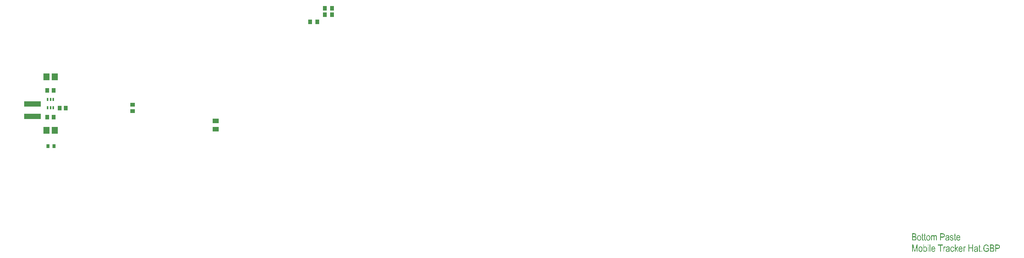
<source format=gbp>
G04*
G04 #@! TF.GenerationSoftware,Altium Limited,Altium Designer,21.5.0 (25)*
G04*
G04 Layer_Color=128*
%FSLAX25Y25*%
%MOIN*%
G70*
G04*
G04 #@! TF.SameCoordinates,B52814C9-DCD9-4C92-8852-15DF41944D51*
G04*
G04*
G04 #@! TF.FilePolarity,Positive*
G04*
G01*
G75*
%ADD17R,0.04134X0.03740*%
%ADD41R,0.03543X0.03937*%
%ADD42R,0.02756X0.03543*%
%ADD43R,0.03543X0.04134*%
%ADD44R,0.05709X0.04134*%
%ADD45R,0.01378X0.03150*%
%ADD46R,0.03740X0.04134*%
%ADD47R,0.05727X0.06127*%
%ADD48R,0.14567X0.04724*%
G36*
X820507Y-2239D02*
X820554Y-2244D01*
X820609Y-2253D01*
X820665Y-2267D01*
X820729Y-2281D01*
X820794Y-2299D01*
X820863Y-2323D01*
X820937Y-2355D01*
X821006Y-2392D01*
X821076Y-2433D01*
X821145Y-2484D01*
X821210Y-2540D01*
X821270Y-2604D01*
X821274Y-2609D01*
X821284Y-2623D01*
X821297Y-2641D01*
X821321Y-2674D01*
X821344Y-2715D01*
X821371Y-2761D01*
X821399Y-2821D01*
X821427Y-2886D01*
X821455Y-2965D01*
X821487Y-3048D01*
X821510Y-3145D01*
X821533Y-3251D01*
X821556Y-3367D01*
X821570Y-3491D01*
X821579Y-3625D01*
X821584Y-3773D01*
Y-6905D01*
X820951D01*
Y-4027D01*
Y-4023D01*
Y-4004D01*
Y-3981D01*
Y-3949D01*
Y-3907D01*
X820946Y-3861D01*
Y-3810D01*
X820942Y-3755D01*
X820932Y-3644D01*
X820919Y-3528D01*
X820900Y-3422D01*
X820891Y-3376D01*
X820877Y-3334D01*
Y-3330D01*
X820872Y-3325D01*
X820863Y-3302D01*
X820845Y-3260D01*
X820821Y-3214D01*
X820789Y-3163D01*
X820752Y-3112D01*
X820701Y-3062D01*
X820646Y-3015D01*
X820637Y-3011D01*
X820618Y-2997D01*
X820586Y-2978D01*
X820540Y-2955D01*
X820489Y-2937D01*
X820424Y-2918D01*
X820360Y-2905D01*
X820286Y-2900D01*
X820244D01*
X820216Y-2905D01*
X820184Y-2909D01*
X820142Y-2918D01*
X820096Y-2928D01*
X820050Y-2942D01*
X819995Y-2960D01*
X819944Y-2978D01*
X819884Y-3006D01*
X819828Y-3039D01*
X819773Y-3076D01*
X819717Y-3122D01*
X819666Y-3168D01*
X819616Y-3228D01*
X819611Y-3233D01*
X819606Y-3242D01*
X819593Y-3260D01*
X819574Y-3288D01*
X819556Y-3325D01*
X819533Y-3367D01*
X819510Y-3417D01*
X819486Y-3478D01*
X819463Y-3542D01*
X819440Y-3621D01*
X819417Y-3704D01*
X819399Y-3796D01*
X819380Y-3898D01*
X819366Y-4004D01*
X819362Y-4124D01*
X819357Y-4249D01*
Y-6905D01*
X818724D01*
Y-3935D01*
Y-3930D01*
Y-3912D01*
Y-3879D01*
X818719Y-3842D01*
Y-3796D01*
X818715Y-3741D01*
X818710Y-3685D01*
X818701Y-3621D01*
X818682Y-3491D01*
X818650Y-3357D01*
X818632Y-3297D01*
X818609Y-3237D01*
X818581Y-3182D01*
X818548Y-3136D01*
Y-3131D01*
X818539Y-3126D01*
X818516Y-3099D01*
X818479Y-3062D01*
X818424Y-3015D01*
X818355Y-2974D01*
X818271Y-2937D01*
X818174Y-2909D01*
X818124Y-2905D01*
X818068Y-2900D01*
X818026D01*
X817994Y-2905D01*
X817962Y-2909D01*
X817916Y-2918D01*
X817869Y-2928D01*
X817819Y-2942D01*
X817763Y-2960D01*
X817708Y-2988D01*
X817652Y-3015D01*
X817597Y-3048D01*
X817537Y-3089D01*
X817481Y-3136D01*
X817430Y-3191D01*
X817380Y-3251D01*
X817375Y-3256D01*
X817370Y-3270D01*
X817356Y-3288D01*
X817343Y-3320D01*
X817324Y-3362D01*
X817301Y-3413D01*
X817278Y-3473D01*
X817255Y-3542D01*
X817232Y-3625D01*
X817209Y-3718D01*
X817190Y-3824D01*
X817167Y-3940D01*
X817153Y-4069D01*
X817139Y-4212D01*
X817135Y-4369D01*
X817130Y-4535D01*
Y-6905D01*
X816497D01*
Y-2336D01*
X817066D01*
Y-2969D01*
X817075Y-2960D01*
X817084Y-2942D01*
X817098Y-2914D01*
X817116Y-2886D01*
X817139Y-2854D01*
X817195Y-2775D01*
X817264Y-2688D01*
X817347Y-2595D01*
X817440Y-2507D01*
X817546Y-2429D01*
X817551Y-2424D01*
X817560Y-2420D01*
X817578Y-2410D01*
X817597Y-2396D01*
X817624Y-2382D01*
X817661Y-2369D01*
X817698Y-2350D01*
X817740Y-2332D01*
X817837Y-2295D01*
X817948Y-2267D01*
X818068Y-2244D01*
X818197Y-2235D01*
X818234D01*
X818262Y-2239D01*
X818299D01*
X818336Y-2244D01*
X818382Y-2253D01*
X818428Y-2258D01*
X818535Y-2286D01*
X818645Y-2323D01*
X818761Y-2369D01*
X818816Y-2401D01*
X818867Y-2438D01*
X818872D01*
X818881Y-2447D01*
X818895Y-2461D01*
X818913Y-2475D01*
X818932Y-2498D01*
X818960Y-2521D01*
X819020Y-2586D01*
X819080Y-2674D01*
X819145Y-2775D01*
X819205Y-2891D01*
X819255Y-3029D01*
X819260Y-3025D01*
X819265Y-3011D01*
X819279Y-2992D01*
X819297Y-2965D01*
X819315Y-2932D01*
X819343Y-2891D01*
X819403Y-2808D01*
X819482Y-2710D01*
X819569Y-2609D01*
X819666Y-2517D01*
X819717Y-2475D01*
X819773Y-2433D01*
X819777Y-2429D01*
X819787Y-2424D01*
X819800Y-2415D01*
X819824Y-2401D01*
X819851Y-2387D01*
X819884Y-2369D01*
X819921Y-2350D01*
X819962Y-2332D01*
X820059Y-2299D01*
X820170Y-2267D01*
X820290Y-2244D01*
X820355Y-2235D01*
X820470D01*
X820507Y-2239D01*
D02*
G37*
G36*
X834737Y-2239D02*
X834779Y-2244D01*
X834829Y-2248D01*
X834880Y-2253D01*
X834996Y-2272D01*
X835120Y-2299D01*
X835245Y-2336D01*
X835365Y-2387D01*
X835370D01*
X835379Y-2392D01*
X835398Y-2401D01*
X835416Y-2415D01*
X835444Y-2429D01*
X835476Y-2447D01*
X835546Y-2493D01*
X835624Y-2554D01*
X835703Y-2623D01*
X835781Y-2701D01*
X835850Y-2794D01*
Y-2798D01*
X835860Y-2808D01*
X835869Y-2821D01*
X835878Y-2840D01*
X835892Y-2868D01*
X835906Y-2900D01*
X835924Y-2937D01*
X835943Y-2978D01*
X835961Y-3029D01*
X835984Y-3080D01*
X836003Y-3140D01*
X836021Y-3205D01*
X836040Y-3279D01*
X836058Y-3353D01*
X836072Y-3431D01*
X836086Y-3519D01*
X835467Y-3621D01*
Y-3611D01*
X835462Y-3588D01*
X835453Y-3551D01*
X835444Y-3505D01*
X835425Y-3445D01*
X835402Y-3385D01*
X835370Y-3316D01*
X835333Y-3246D01*
X835287Y-3177D01*
X835227Y-3108D01*
X835162Y-3048D01*
X835083Y-2988D01*
X834996Y-2942D01*
X834894Y-2905D01*
X834779Y-2881D01*
X834649Y-2872D01*
X834608D01*
X834580Y-2877D01*
X834548D01*
X834506Y-2881D01*
X834418Y-2891D01*
X834317Y-2914D01*
X834215Y-2942D01*
X834113Y-2983D01*
X834072Y-3011D01*
X834030Y-3039D01*
X834021Y-3048D01*
X833998Y-3066D01*
X833965Y-3103D01*
X833933Y-3154D01*
X833896Y-3214D01*
X833864Y-3288D01*
X833841Y-3371D01*
X833836Y-3417D01*
X833832Y-3464D01*
Y-3468D01*
Y-3473D01*
Y-3487D01*
X833836Y-3505D01*
X833841Y-3551D01*
X833855Y-3607D01*
X833878Y-3672D01*
X833915Y-3736D01*
X833961Y-3801D01*
X834025Y-3861D01*
X834030Y-3866D01*
X834039Y-3870D01*
X834053Y-3879D01*
X834072Y-3889D01*
X834095Y-3898D01*
X834122Y-3912D01*
X834155Y-3926D01*
X834196Y-3944D01*
X834247Y-3967D01*
X834303Y-3990D01*
X834367Y-4013D01*
X834441Y-4041D01*
X834525Y-4069D01*
X834617Y-4101D01*
X834719Y-4134D01*
X834723D01*
X834728Y-4138D01*
X834751Y-4143D01*
X834792Y-4157D01*
X834848Y-4175D01*
X834908Y-4194D01*
X834982Y-4221D01*
X835060Y-4249D01*
X835143Y-4277D01*
X835314Y-4341D01*
X835402Y-4374D01*
X835481Y-4406D01*
X835559Y-4438D01*
X835629Y-4471D01*
X835689Y-4503D01*
X835740Y-4531D01*
X835744D01*
X835749Y-4535D01*
X835777Y-4558D01*
X835818Y-4591D01*
X835874Y-4637D01*
X835929Y-4697D01*
X835989Y-4766D01*
X836049Y-4845D01*
X836100Y-4937D01*
Y-4942D01*
X836104Y-4947D01*
X836114Y-4965D01*
X836118Y-4984D01*
X836132Y-5007D01*
X836141Y-5034D01*
X836165Y-5108D01*
X836188Y-5196D01*
X836211Y-5302D01*
X836225Y-5418D01*
X836229Y-5547D01*
Y-5556D01*
Y-5575D01*
X836225Y-5612D01*
Y-5658D01*
X836215Y-5714D01*
X836206Y-5778D01*
X836192Y-5847D01*
X836178Y-5926D01*
X836155Y-6009D01*
X836128Y-6097D01*
X836095Y-6185D01*
X836054Y-6273D01*
X836007Y-6360D01*
X835952Y-6448D01*
X835887Y-6531D01*
X835813Y-6610D01*
X835809Y-6614D01*
X835795Y-6628D01*
X835772Y-6647D01*
X835740Y-6674D01*
X835693Y-6702D01*
X835643Y-6735D01*
X835582Y-6771D01*
X835518Y-6808D01*
X835439Y-6850D01*
X835351Y-6882D01*
X835259Y-6919D01*
X835157Y-6947D01*
X835051Y-6975D01*
X834931Y-6993D01*
X834811Y-7007D01*
X834677Y-7012D01*
X834645D01*
X834617Y-7007D01*
X834589D01*
X834552Y-7002D01*
X834511Y-6998D01*
X834464Y-6989D01*
X834358Y-6966D01*
X834238Y-6933D01*
X834109Y-6887D01*
X833975Y-6827D01*
X833905Y-6790D01*
X833841Y-6748D01*
X833771Y-6702D01*
X833702Y-6651D01*
X833637Y-6596D01*
X833573Y-6531D01*
X833508Y-6467D01*
X833448Y-6388D01*
X833393Y-6310D01*
X833337Y-6222D01*
X833291Y-6125D01*
X833245Y-6023D01*
X833203Y-5917D01*
X833166Y-5797D01*
X833138Y-5672D01*
X833115Y-5538D01*
X833748Y-5418D01*
Y-5423D01*
X833753Y-5441D01*
Y-5464D01*
X833762Y-5496D01*
X833767Y-5538D01*
X833781Y-5584D01*
X833790Y-5635D01*
X833808Y-5690D01*
X833845Y-5806D01*
X833901Y-5926D01*
X833965Y-6042D01*
X834007Y-6092D01*
X834049Y-6139D01*
X834053Y-6143D01*
X834062Y-6148D01*
X834076Y-6162D01*
X834095Y-6176D01*
X834118Y-6194D01*
X834150Y-6213D01*
X834187Y-6236D01*
X834224Y-6254D01*
X834270Y-6277D01*
X834321Y-6300D01*
X834377Y-6319D01*
X834437Y-6337D01*
X834566Y-6365D01*
X834640Y-6370D01*
X834714Y-6374D01*
X834756D01*
X834783Y-6370D01*
X834816D01*
X834857Y-6365D01*
X834949Y-6346D01*
X835051Y-6323D01*
X835157Y-6286D01*
X835259Y-6236D01*
X835305Y-6208D01*
X835351Y-6171D01*
X835356Y-6166D01*
X835361Y-6162D01*
X835388Y-6134D01*
X835425Y-6088D01*
X835467Y-6028D01*
X835509Y-5954D01*
X835541Y-5866D01*
X835569Y-5764D01*
X835573Y-5709D01*
X835578Y-5654D01*
Y-5649D01*
Y-5640D01*
Y-5626D01*
X835573Y-5607D01*
X835569Y-5561D01*
X835555Y-5496D01*
X835532Y-5432D01*
X835495Y-5362D01*
X835448Y-5293D01*
X835384Y-5233D01*
X835379Y-5228D01*
X835356Y-5215D01*
X835338Y-5205D01*
X835314Y-5192D01*
X835287Y-5178D01*
X835254Y-5159D01*
X835213Y-5141D01*
X835167Y-5122D01*
X835116Y-5104D01*
X835056Y-5081D01*
X834986Y-5053D01*
X834912Y-5030D01*
X834829Y-5002D01*
X834737Y-4974D01*
X834728Y-4970D01*
X834705Y-4965D01*
X834668Y-4951D01*
X834617Y-4937D01*
X834557Y-4919D01*
X834492Y-4896D01*
X834414Y-4868D01*
X834335Y-4840D01*
X834169Y-4780D01*
X834007Y-4716D01*
X833928Y-4683D01*
X833859Y-4651D01*
X833799Y-4623D01*
X833744Y-4591D01*
X833739D01*
X833734Y-4582D01*
X833721Y-4572D01*
X833702Y-4563D01*
X833656Y-4526D01*
X833601Y-4475D01*
X833540Y-4415D01*
X833476Y-4341D01*
X833411Y-4258D01*
X833356Y-4161D01*
Y-4157D01*
X833351Y-4147D01*
X833342Y-4134D01*
X833337Y-4115D01*
X833323Y-4087D01*
X833314Y-4060D01*
X833291Y-3986D01*
X833263Y-3893D01*
X833245Y-3792D01*
X833226Y-3681D01*
X833222Y-3556D01*
Y-3551D01*
Y-3528D01*
X833226Y-3501D01*
Y-3459D01*
X833235Y-3408D01*
X833240Y-3353D01*
X833254Y-3288D01*
X833268Y-3219D01*
X833286Y-3145D01*
X833314Y-3066D01*
X833342Y-2988D01*
X833379Y-2905D01*
X833420Y-2826D01*
X833471Y-2752D01*
X833531Y-2674D01*
X833596Y-2604D01*
X833601Y-2600D01*
X833614Y-2590D01*
X833633Y-2572D01*
X833665Y-2544D01*
X833702Y-2517D01*
X833748Y-2489D01*
X833804Y-2452D01*
X833864Y-2420D01*
X833938Y-2387D01*
X834012Y-2350D01*
X834099Y-2323D01*
X834192Y-2290D01*
X834289Y-2267D01*
X834395Y-2248D01*
X834511Y-2239D01*
X834631Y-2235D01*
X834700D01*
X834737Y-2239D01*
D02*
G37*
G36*
X831032D02*
X831083D01*
X831138Y-2244D01*
X831203Y-2253D01*
X831272Y-2262D01*
X831420Y-2290D01*
X831572Y-2327D01*
X831725Y-2382D01*
X831794Y-2420D01*
X831859Y-2456D01*
X831863Y-2461D01*
X831873Y-2466D01*
X831891Y-2479D01*
X831914Y-2498D01*
X831970Y-2544D01*
X832039Y-2609D01*
X832113Y-2687D01*
X832182Y-2780D01*
X832242Y-2886D01*
X832265Y-2946D01*
X832284Y-3006D01*
Y-3011D01*
X832288Y-3020D01*
X832293Y-3039D01*
X832298Y-3066D01*
X832307Y-3103D01*
X832312Y-3145D01*
X832321Y-3191D01*
X832330Y-3246D01*
X832339Y-3311D01*
X832348Y-3385D01*
X832353Y-3464D01*
X832362Y-3547D01*
X832367Y-3639D01*
X832372Y-3741D01*
X832376Y-3847D01*
Y-3963D01*
Y-4993D01*
Y-4997D01*
Y-5007D01*
Y-5020D01*
Y-5039D01*
Y-5067D01*
Y-5094D01*
Y-5168D01*
Y-5252D01*
Y-5353D01*
X832381Y-5459D01*
Y-5570D01*
X832385Y-5806D01*
X832390Y-5917D01*
Y-6028D01*
X832395Y-6129D01*
X832399Y-6222D01*
X832409Y-6300D01*
Y-6333D01*
X832413Y-6360D01*
Y-6365D01*
Y-6374D01*
X832418Y-6388D01*
X832422Y-6407D01*
X832427Y-6434D01*
X832432Y-6462D01*
X832450Y-6536D01*
X832473Y-6619D01*
X832501Y-6707D01*
X832538Y-6808D01*
X832579Y-6905D01*
X831919D01*
Y-6901D01*
X831914Y-6896D01*
X831909Y-6882D01*
X831900Y-6864D01*
X831896Y-6841D01*
X831882Y-6813D01*
X831863Y-6748D01*
X831840Y-6665D01*
X831817Y-6573D01*
X831799Y-6467D01*
X831785Y-6346D01*
X831780Y-6351D01*
X831771Y-6360D01*
X831752Y-6379D01*
X831729Y-6402D01*
X831702Y-6430D01*
X831665Y-6462D01*
X831628Y-6494D01*
X831581Y-6531D01*
X831485Y-6614D01*
X831369Y-6698D01*
X831249Y-6776D01*
X831120Y-6845D01*
X831115D01*
X831106Y-6855D01*
X831087Y-6859D01*
X831059Y-6873D01*
X831027Y-6882D01*
X830990Y-6896D01*
X830949Y-6915D01*
X830902Y-6929D01*
X830791Y-6961D01*
X830671Y-6984D01*
X830542Y-7002D01*
X830403Y-7012D01*
X830376D01*
X830348Y-7007D01*
X830306D01*
X830256Y-7002D01*
X830200Y-6993D01*
X830136Y-6984D01*
X830066Y-6966D01*
X829992Y-6947D01*
X829918Y-6924D01*
X829840Y-6896D01*
X829761Y-6864D01*
X829687Y-6822D01*
X829609Y-6776D01*
X829539Y-6721D01*
X829470Y-6661D01*
X829466Y-6656D01*
X829456Y-6642D01*
X829438Y-6624D01*
X829415Y-6596D01*
X829392Y-6559D01*
X829359Y-6517D01*
X829332Y-6467D01*
X829299Y-6411D01*
X829267Y-6346D01*
X829235Y-6273D01*
X829202Y-6194D01*
X829179Y-6111D01*
X829156Y-6019D01*
X829138Y-5921D01*
X829128Y-5820D01*
X829124Y-5709D01*
Y-5704D01*
Y-5690D01*
Y-5672D01*
X829128Y-5640D01*
Y-5607D01*
X829133Y-5566D01*
X829138Y-5520D01*
X829142Y-5473D01*
X829165Y-5362D01*
X829193Y-5247D01*
X829230Y-5122D01*
X829285Y-5007D01*
Y-5002D01*
X829295Y-4993D01*
X829304Y-4979D01*
X829313Y-4956D01*
X829350Y-4900D01*
X829401Y-4831D01*
X829466Y-4757D01*
X829539Y-4679D01*
X829627Y-4600D01*
X829729Y-4531D01*
X829733D01*
X829743Y-4522D01*
X829761Y-4512D01*
X829784Y-4503D01*
X829812Y-4489D01*
X829849Y-4471D01*
X829895Y-4452D01*
X829946Y-4434D01*
X830002Y-4411D01*
X830066Y-4392D01*
X830136Y-4369D01*
X830214Y-4346D01*
X830297Y-4327D01*
X830390Y-4309D01*
X830487Y-4291D01*
X830593Y-4272D01*
X830602D01*
X830625Y-4267D01*
X830667Y-4263D01*
X830722Y-4254D01*
X830782Y-4240D01*
X830856Y-4231D01*
X830939Y-4212D01*
X831027Y-4198D01*
X831212Y-4157D01*
X831401Y-4110D01*
X831494Y-4087D01*
X831581Y-4060D01*
X831660Y-4032D01*
X831734Y-4004D01*
X831739Y-3810D01*
Y-3805D01*
Y-3792D01*
Y-3764D01*
X831734Y-3732D01*
Y-3695D01*
X831729Y-3653D01*
X831715Y-3551D01*
X831697Y-3441D01*
X831665Y-3334D01*
X831623Y-3233D01*
X831600Y-3186D01*
X831568Y-3149D01*
X831563Y-3145D01*
X831558Y-3136D01*
X831545Y-3122D01*
X831522Y-3108D01*
X831498Y-3085D01*
X831466Y-3062D01*
X831429Y-3039D01*
X831388Y-3011D01*
X831341Y-2983D01*
X831286Y-2960D01*
X831226Y-2937D01*
X831161Y-2914D01*
X831087Y-2900D01*
X831013Y-2886D01*
X830925Y-2877D01*
X830838Y-2872D01*
X830796D01*
X830764Y-2877D01*
X830727D01*
X830685Y-2881D01*
X830588Y-2895D01*
X830482Y-2918D01*
X830371Y-2951D01*
X830265Y-2997D01*
X830219Y-3025D01*
X830172Y-3057D01*
X830168D01*
X830163Y-3066D01*
X830154Y-3076D01*
X830136Y-3094D01*
X830117Y-3117D01*
X830099Y-3140D01*
X830075Y-3173D01*
X830052Y-3214D01*
X830025Y-3256D01*
X830002Y-3306D01*
X829974Y-3362D01*
X829946Y-3427D01*
X829923Y-3496D01*
X829895Y-3570D01*
X829872Y-3653D01*
X829854Y-3745D01*
X829230Y-3644D01*
Y-3635D01*
X829235Y-3611D01*
X829244Y-3574D01*
X829258Y-3524D01*
X829272Y-3464D01*
X829295Y-3394D01*
X829318Y-3316D01*
X829345Y-3233D01*
X829378Y-3149D01*
X829419Y-3057D01*
X829461Y-2969D01*
X829512Y-2881D01*
X829567Y-2794D01*
X829627Y-2715D01*
X829692Y-2641D01*
X829766Y-2572D01*
X829770Y-2567D01*
X829784Y-2558D01*
X829807Y-2540D01*
X829844Y-2521D01*
X829886Y-2493D01*
X829937Y-2466D01*
X829997Y-2433D01*
X830066Y-2401D01*
X830145Y-2373D01*
X830233Y-2341D01*
X830330Y-2313D01*
X830431Y-2286D01*
X830547Y-2267D01*
X830667Y-2248D01*
X830796Y-2239D01*
X830935Y-2235D01*
X830990D01*
X831032Y-2239D01*
D02*
G37*
G36*
X826726Y-599D02*
X826791D01*
X826865Y-604D01*
X826938Y-609D01*
X827105Y-627D01*
X827276Y-645D01*
X827354Y-659D01*
X827433Y-678D01*
X827507Y-696D01*
X827571Y-719D01*
X827576D01*
X827590Y-729D01*
X827613Y-738D01*
X827645Y-752D01*
X827682Y-770D01*
X827728Y-793D01*
X827775Y-821D01*
X827830Y-853D01*
X827886Y-895D01*
X827946Y-936D01*
X828001Y-987D01*
X828061Y-1043D01*
X828121Y-1103D01*
X828181Y-1172D01*
X828237Y-1246D01*
X828288Y-1324D01*
X828292Y-1329D01*
X828301Y-1343D01*
X828311Y-1371D01*
X828329Y-1403D01*
X828347Y-1445D01*
X828371Y-1500D01*
X828398Y-1560D01*
X828421Y-1625D01*
X828444Y-1703D01*
X828472Y-1787D01*
X828495Y-1874D01*
X828514Y-1971D01*
X828532Y-2073D01*
X828546Y-2179D01*
X828551Y-2290D01*
X828555Y-2410D01*
Y-2415D01*
Y-2420D01*
Y-2447D01*
X828551Y-2493D01*
Y-2554D01*
X828542Y-2623D01*
X828532Y-2710D01*
X828518Y-2803D01*
X828500Y-2905D01*
X828477Y-3011D01*
X828449Y-3126D01*
X828412Y-3242D01*
X828371Y-3357D01*
X828320Y-3473D01*
X828260Y-3588D01*
X828195Y-3695D01*
X828117Y-3801D01*
X828112Y-3805D01*
X828098Y-3824D01*
X828070Y-3852D01*
X828033Y-3884D01*
X827983Y-3926D01*
X827923Y-3972D01*
X827849Y-4018D01*
X827765Y-4069D01*
X827668Y-4120D01*
X827557Y-4166D01*
X827437Y-4212D01*
X827299Y-4254D01*
X827151Y-4286D01*
X826985Y-4314D01*
X826809Y-4332D01*
X826615Y-4337D01*
X825294D01*
Y-6905D01*
X824610D01*
Y-595D01*
X826666D01*
X826726Y-599D01*
D02*
G37*
G36*
X801718D02*
X801769D01*
X801824Y-604D01*
X801889Y-609D01*
X801958Y-618D01*
X802110Y-641D01*
X802263Y-673D01*
X802415Y-719D01*
X802489Y-747D01*
X802554Y-779D01*
X802559D01*
X802568Y-789D01*
X802586Y-798D01*
X802610Y-816D01*
X802642Y-835D01*
X802674Y-858D01*
X802753Y-918D01*
X802845Y-1001D01*
X802891Y-1047D01*
X802938Y-1098D01*
X802984Y-1154D01*
X803030Y-1218D01*
X803076Y-1283D01*
X803118Y-1352D01*
X803122Y-1357D01*
X803127Y-1371D01*
X803136Y-1389D01*
X803155Y-1422D01*
X803168Y-1459D01*
X803187Y-1500D01*
X803210Y-1551D01*
X803229Y-1606D01*
X803252Y-1666D01*
X803270Y-1731D01*
X803307Y-1874D01*
X803330Y-2036D01*
X803335Y-2119D01*
X803339Y-2207D01*
Y-2212D01*
Y-2225D01*
Y-2248D01*
X803335Y-2281D01*
Y-2318D01*
X803330Y-2364D01*
X803326Y-2415D01*
X803316Y-2466D01*
X803293Y-2590D01*
X803261Y-2720D01*
X803215Y-2858D01*
X803150Y-2992D01*
Y-2997D01*
X803141Y-3006D01*
X803132Y-3025D01*
X803113Y-3048D01*
X803095Y-3080D01*
X803071Y-3112D01*
X803011Y-3191D01*
X802938Y-3279D01*
X802845Y-3376D01*
X802739Y-3468D01*
X802614Y-3551D01*
X802619D01*
X802633Y-3561D01*
X802656Y-3570D01*
X802688Y-3584D01*
X802725Y-3602D01*
X802771Y-3625D01*
X802822Y-3648D01*
X802873Y-3681D01*
X802928Y-3718D01*
X802988Y-3759D01*
X803044Y-3805D01*
X803104Y-3856D01*
X803164Y-3912D01*
X803219Y-3972D01*
X803275Y-4036D01*
X803326Y-4110D01*
X803330Y-4115D01*
X803335Y-4129D01*
X803349Y-4152D01*
X803367Y-4180D01*
X803386Y-4217D01*
X803409Y-4263D01*
X803432Y-4318D01*
X803460Y-4378D01*
X803483Y-4448D01*
X803506Y-4522D01*
X803529Y-4600D01*
X803547Y-4683D01*
X803566Y-4776D01*
X803580Y-4873D01*
X803584Y-4974D01*
X803589Y-5081D01*
Y-5085D01*
Y-5104D01*
Y-5136D01*
X803584Y-5178D01*
X803580Y-5229D01*
X803575Y-5284D01*
X803570Y-5349D01*
X803561Y-5423D01*
X803547Y-5496D01*
X803533Y-5580D01*
X803492Y-5746D01*
X803464Y-5834D01*
X803432Y-5922D01*
X803395Y-6005D01*
X803353Y-6088D01*
X803349Y-6092D01*
X803344Y-6106D01*
X803330Y-6129D01*
X803312Y-6157D01*
X803289Y-6194D01*
X803256Y-6236D01*
X803224Y-6277D01*
X803187Y-6328D01*
X803095Y-6430D01*
X802988Y-6531D01*
X802864Y-6628D01*
X802799Y-6674D01*
X802725Y-6712D01*
X802720D01*
X802707Y-6721D01*
X802683Y-6730D01*
X802656Y-6744D01*
X802614Y-6758D01*
X802568Y-6771D01*
X802508Y-6790D01*
X802448Y-6808D01*
X802374Y-6827D01*
X802291Y-6845D01*
X802203Y-6859D01*
X802110Y-6873D01*
X802004Y-6887D01*
X801893Y-6896D01*
X801778Y-6901D01*
X801653Y-6905D01*
X799685D01*
Y-595D01*
X801676D01*
X801718Y-599D01*
D02*
G37*
G36*
X837749Y-2336D02*
X838391D01*
Y-2937D01*
X837749D01*
Y-5612D01*
Y-5616D01*
Y-5626D01*
Y-5649D01*
Y-5672D01*
Y-5700D01*
X837754Y-5732D01*
X837759Y-5811D01*
X837763Y-5889D01*
X837772Y-5968D01*
X837786Y-6037D01*
X837795Y-6065D01*
X837805Y-6088D01*
X837809Y-6092D01*
X837819Y-6111D01*
X837842Y-6134D01*
X837874Y-6162D01*
X837916Y-6194D01*
X837966Y-6217D01*
X838031Y-6236D01*
X838110Y-6240D01*
X838151D01*
X838183Y-6236D01*
X838225D01*
X838271Y-6226D01*
X838331Y-6222D01*
X838391Y-6213D01*
X838479Y-6896D01*
X838475D01*
X838465Y-6901D01*
X838451D01*
X838433Y-6905D01*
X838387Y-6919D01*
X838322Y-6929D01*
X838248Y-6943D01*
X838170Y-6956D01*
X838087Y-6961D01*
X838003Y-6966D01*
X837948D01*
X837920Y-6961D01*
X837888Y-6956D01*
X837814Y-6947D01*
X837726Y-6933D01*
X837638Y-6910D01*
X837551Y-6878D01*
X837467Y-6836D01*
X837458Y-6832D01*
X837435Y-6813D01*
X837398Y-6785D01*
X837356Y-6744D01*
X837310Y-6693D01*
X837264Y-6633D01*
X837222Y-6559D01*
X837190Y-6481D01*
Y-6476D01*
X837186Y-6471D01*
Y-6453D01*
X837181Y-6434D01*
X837172Y-6407D01*
X837167Y-6370D01*
X837162Y-6328D01*
X837153Y-6282D01*
X837149Y-6222D01*
X837139Y-6157D01*
X837135Y-6083D01*
X837130Y-6000D01*
X837125Y-5908D01*
X837121Y-5806D01*
X837116Y-5690D01*
Y-5570D01*
Y-2937D01*
X836650D01*
Y-2336D01*
X837116D01*
Y-1204D01*
X837749Y-738D01*
Y-2336D01*
D02*
G37*
G36*
X811235Y-2336D02*
X811877D01*
Y-2937D01*
X811235D01*
Y-5612D01*
Y-5616D01*
Y-5626D01*
Y-5649D01*
Y-5672D01*
Y-5700D01*
X811240Y-5732D01*
X811244Y-5811D01*
X811249Y-5889D01*
X811258Y-5968D01*
X811272Y-6037D01*
X811281Y-6065D01*
X811290Y-6088D01*
X811295Y-6092D01*
X811304Y-6111D01*
X811327Y-6134D01*
X811360Y-6162D01*
X811401Y-6194D01*
X811452Y-6217D01*
X811517Y-6236D01*
X811595Y-6240D01*
X811637D01*
X811669Y-6236D01*
X811711D01*
X811757Y-6226D01*
X811817Y-6222D01*
X811877Y-6213D01*
X811965Y-6896D01*
X811960D01*
X811951Y-6901D01*
X811937D01*
X811919Y-6905D01*
X811873Y-6919D01*
X811808Y-6929D01*
X811734Y-6943D01*
X811656Y-6956D01*
X811572Y-6961D01*
X811489Y-6966D01*
X811434D01*
X811406Y-6961D01*
X811374Y-6956D01*
X811300Y-6947D01*
X811212Y-6933D01*
X811124Y-6910D01*
X811036Y-6878D01*
X810953Y-6836D01*
X810944Y-6832D01*
X810921Y-6813D01*
X810884Y-6785D01*
X810842Y-6744D01*
X810796Y-6693D01*
X810750Y-6633D01*
X810708Y-6559D01*
X810676Y-6481D01*
Y-6476D01*
X810671Y-6471D01*
Y-6453D01*
X810667Y-6434D01*
X810658Y-6407D01*
X810653Y-6370D01*
X810648Y-6328D01*
X810639Y-6282D01*
X810634Y-6222D01*
X810625Y-6157D01*
X810621Y-6083D01*
X810616Y-6000D01*
X810611Y-5908D01*
X810607Y-5806D01*
X810602Y-5690D01*
Y-5570D01*
Y-2937D01*
X810135D01*
Y-2336D01*
X810602D01*
Y-1204D01*
X811235Y-738D01*
Y-2336D01*
D02*
G37*
G36*
X809225D02*
X809867D01*
Y-2937D01*
X809225D01*
Y-5612D01*
Y-5616D01*
Y-5626D01*
Y-5649D01*
Y-5672D01*
Y-5700D01*
X809230Y-5732D01*
X809235Y-5811D01*
X809239Y-5889D01*
X809248Y-5968D01*
X809262Y-6037D01*
X809272Y-6065D01*
X809281Y-6088D01*
X809285Y-6092D01*
X809295Y-6111D01*
X809318Y-6134D01*
X809350Y-6162D01*
X809392Y-6194D01*
X809443Y-6217D01*
X809507Y-6236D01*
X809586Y-6240D01*
X809627D01*
X809660Y-6236D01*
X809701D01*
X809747Y-6226D01*
X809807Y-6222D01*
X809867Y-6213D01*
X809955Y-6896D01*
X809951D01*
X809941Y-6901D01*
X809928D01*
X809909Y-6905D01*
X809863Y-6919D01*
X809798Y-6929D01*
X809724Y-6943D01*
X809646Y-6956D01*
X809563Y-6961D01*
X809479Y-6966D01*
X809424D01*
X809396Y-6961D01*
X809364Y-6956D01*
X809290Y-6947D01*
X809202Y-6933D01*
X809114Y-6910D01*
X809027Y-6878D01*
X808943Y-6836D01*
X808934Y-6832D01*
X808911Y-6813D01*
X808874Y-6785D01*
X808833Y-6744D01*
X808786Y-6693D01*
X808740Y-6633D01*
X808699Y-6559D01*
X808666Y-6481D01*
Y-6476D01*
X808662Y-6471D01*
Y-6453D01*
X808657Y-6434D01*
X808648Y-6407D01*
X808643Y-6370D01*
X808639Y-6328D01*
X808629Y-6282D01*
X808625Y-6222D01*
X808615Y-6157D01*
X808611Y-6083D01*
X808606Y-6000D01*
X808602Y-5908D01*
X808597Y-5806D01*
X808592Y-5690D01*
Y-5570D01*
Y-2937D01*
X808126D01*
Y-2336D01*
X808592D01*
Y-1204D01*
X809225Y-738D01*
Y-2336D01*
D02*
G37*
G36*
X840595Y-2239D02*
X840646Y-2244D01*
X840711Y-2253D01*
X840780Y-2267D01*
X840863Y-2286D01*
X840951Y-2313D01*
X841043Y-2346D01*
X841140Y-2382D01*
X841242Y-2433D01*
X841344Y-2493D01*
X841445Y-2563D01*
X841547Y-2646D01*
X841644Y-2743D01*
X841736Y-2849D01*
X841741Y-2858D01*
X841759Y-2877D01*
X841782Y-2914D01*
X841810Y-2965D01*
X841847Y-3025D01*
X841889Y-3103D01*
X841935Y-3196D01*
X841981Y-3297D01*
X842023Y-3417D01*
X842069Y-3547D01*
X842111Y-3695D01*
X842148Y-3852D01*
X842175Y-4023D01*
X842203Y-4207D01*
X842217Y-4406D01*
X842221Y-4619D01*
Y-4822D01*
X839426D01*
Y-4831D01*
X839431Y-4854D01*
Y-4896D01*
X839435Y-4947D01*
X839445Y-5011D01*
X839454Y-5085D01*
X839468Y-5168D01*
X839486Y-5256D01*
X839528Y-5446D01*
X839556Y-5543D01*
X839588Y-5640D01*
X839630Y-5732D01*
X839671Y-5824D01*
X839722Y-5908D01*
X839777Y-5986D01*
X839782Y-5991D01*
X839791Y-6005D01*
X839810Y-6023D01*
X839833Y-6046D01*
X839865Y-6074D01*
X839902Y-6111D01*
X839944Y-6143D01*
X839995Y-6180D01*
X840050Y-6217D01*
X840105Y-6250D01*
X840170Y-6282D01*
X840239Y-6314D01*
X840313Y-6337D01*
X840387Y-6356D01*
X840470Y-6370D01*
X840554Y-6374D01*
X840586D01*
X840623Y-6370D01*
X840669Y-6360D01*
X840729Y-6346D01*
X840794Y-6323D01*
X840868Y-6296D01*
X840946Y-6259D01*
X841025Y-6208D01*
X841108Y-6143D01*
X841191Y-6069D01*
X841274Y-5977D01*
X841353Y-5871D01*
X841390Y-5811D01*
X841422Y-5746D01*
X841459Y-5677D01*
X841491Y-5603D01*
X841519Y-5520D01*
X841547Y-5436D01*
X842203Y-5533D01*
Y-5543D01*
X842194Y-5566D01*
X842184Y-5603D01*
X842171Y-5654D01*
X842152Y-5714D01*
X842129Y-5787D01*
X842101Y-5861D01*
X842064Y-5949D01*
X842027Y-6037D01*
X841986Y-6125D01*
X841935Y-6217D01*
X841879Y-6310D01*
X841819Y-6402D01*
X841755Y-6485D01*
X841685Y-6568D01*
X841607Y-6642D01*
X841602Y-6647D01*
X841588Y-6656D01*
X841565Y-6674D01*
X841533Y-6698D01*
X841491Y-6730D01*
X841441Y-6758D01*
X841381Y-6795D01*
X841316Y-6827D01*
X841242Y-6859D01*
X841163Y-6896D01*
X841076Y-6924D01*
X840983Y-6952D01*
X840882Y-6979D01*
X840775Y-6998D01*
X840664Y-7007D01*
X840549Y-7012D01*
X840512D01*
X840470Y-7007D01*
X840415Y-7002D01*
X840350Y-6993D01*
X840272Y-6979D01*
X840184Y-6961D01*
X840092Y-6938D01*
X839990Y-6905D01*
X839884Y-6864D01*
X839777Y-6818D01*
X839671Y-6758D01*
X839565Y-6688D01*
X839459Y-6610D01*
X839357Y-6517D01*
X839260Y-6411D01*
X839255Y-6402D01*
X839237Y-6383D01*
X839214Y-6346D01*
X839181Y-6300D01*
X839145Y-6236D01*
X839103Y-6157D01*
X839061Y-6069D01*
X839015Y-5968D01*
X838969Y-5847D01*
X838927Y-5718D01*
X838886Y-5575D01*
X838849Y-5418D01*
X838816Y-5252D01*
X838793Y-5067D01*
X838775Y-4873D01*
X838770Y-4665D01*
Y-4660D01*
Y-4651D01*
Y-4637D01*
Y-4614D01*
Y-4586D01*
X838775Y-4549D01*
Y-4512D01*
X838780Y-4471D01*
X838784Y-4369D01*
X838798Y-4258D01*
X838812Y-4134D01*
X838830Y-3995D01*
X838858Y-3852D01*
X838890Y-3704D01*
X838932Y-3551D01*
X838978Y-3404D01*
X839034Y-3256D01*
X839103Y-3117D01*
X839177Y-2983D01*
X839265Y-2858D01*
X839269Y-2849D01*
X839288Y-2831D01*
X839315Y-2803D01*
X839352Y-2761D01*
X839403Y-2715D01*
X839463Y-2660D01*
X839532Y-2604D01*
X839611Y-2544D01*
X839694Y-2489D01*
X839791Y-2433D01*
X839898Y-2378D01*
X840008Y-2332D01*
X840129Y-2290D01*
X840253Y-2262D01*
X840387Y-2239D01*
X840526Y-2235D01*
X840558D01*
X840595Y-2239D01*
D02*
G37*
G36*
X814062Y-2239D02*
X814113Y-2244D01*
X814178Y-2253D01*
X814252Y-2267D01*
X814335Y-2286D01*
X814427Y-2309D01*
X814524Y-2341D01*
X814622Y-2382D01*
X814728Y-2433D01*
X814834Y-2489D01*
X814940Y-2558D01*
X815042Y-2641D01*
X815144Y-2734D01*
X815241Y-2840D01*
X815245Y-2844D01*
X815264Y-2868D01*
X815287Y-2905D01*
X815319Y-2951D01*
X815356Y-3015D01*
X815402Y-3089D01*
X815444Y-3177D01*
X815495Y-3283D01*
X815541Y-3399D01*
X815587Y-3528D01*
X815629Y-3672D01*
X815666Y-3824D01*
X815698Y-3995D01*
X815721Y-4175D01*
X815740Y-4369D01*
X815744Y-4577D01*
Y-4582D01*
Y-4591D01*
Y-4609D01*
Y-4632D01*
Y-4660D01*
X815740Y-4693D01*
Y-4734D01*
X815735Y-4780D01*
X815730Y-4882D01*
X815716Y-4997D01*
X815703Y-5127D01*
X815684Y-5270D01*
X815656Y-5418D01*
X815624Y-5566D01*
X815582Y-5718D01*
X815532Y-5871D01*
X815476Y-6019D01*
X815411Y-6162D01*
X815333Y-6291D01*
X815245Y-6411D01*
X815241Y-6416D01*
X815222Y-6439D01*
X815194Y-6467D01*
X815157Y-6504D01*
X815107Y-6550D01*
X815047Y-6601D01*
X814982Y-6656D01*
X814903Y-6712D01*
X814816Y-6767D01*
X814723Y-6822D01*
X814617Y-6873D01*
X814506Y-6919D01*
X814386Y-6956D01*
X814261Y-6984D01*
X814127Y-7007D01*
X813989Y-7012D01*
X813956D01*
X813915Y-7007D01*
X813864Y-7002D01*
X813799Y-6993D01*
X813725Y-6979D01*
X813642Y-6961D01*
X813550Y-6938D01*
X813453Y-6905D01*
X813351Y-6864D01*
X813245Y-6818D01*
X813143Y-6758D01*
X813037Y-6688D01*
X812931Y-6610D01*
X812829Y-6517D01*
X812732Y-6411D01*
X812727Y-6402D01*
X812709Y-6383D01*
X812686Y-6346D01*
X812653Y-6296D01*
X812616Y-6236D01*
X812575Y-6157D01*
X812529Y-6065D01*
X812482Y-5958D01*
X812436Y-5843D01*
X812390Y-5709D01*
X812348Y-5561D01*
X812311Y-5399D01*
X812279Y-5229D01*
X812256Y-5039D01*
X812238Y-4840D01*
X812233Y-4623D01*
Y-4619D01*
Y-4609D01*
Y-4595D01*
Y-4572D01*
Y-4545D01*
X812238Y-4508D01*
Y-4471D01*
X812242Y-4429D01*
X812247Y-4332D01*
X812261Y-4217D01*
X812274Y-4092D01*
X812293Y-3958D01*
X812321Y-3815D01*
X812353Y-3667D01*
X812395Y-3519D01*
X812441Y-3371D01*
X812496Y-3228D01*
X812566Y-3089D01*
X812640Y-2960D01*
X812727Y-2840D01*
X812732Y-2831D01*
X812750Y-2812D01*
X812778Y-2785D01*
X812815Y-2743D01*
X812866Y-2701D01*
X812926Y-2651D01*
X812995Y-2595D01*
X813074Y-2535D01*
X813157Y-2480D01*
X813254Y-2424D01*
X813360Y-2373D01*
X813471Y-2327D01*
X813591Y-2290D01*
X813716Y-2262D01*
X813850Y-2239D01*
X813989Y-2235D01*
X814021D01*
X814062Y-2239D01*
D02*
G37*
G36*
X806024D02*
X806075Y-2244D01*
X806139Y-2253D01*
X806213Y-2267D01*
X806296Y-2286D01*
X806389Y-2309D01*
X806486Y-2341D01*
X806583Y-2382D01*
X806689Y-2433D01*
X806795Y-2489D01*
X806901Y-2558D01*
X807003Y-2641D01*
X807105Y-2734D01*
X807202Y-2840D01*
X807206Y-2844D01*
X807225Y-2868D01*
X807248Y-2905D01*
X807280Y-2951D01*
X807317Y-3015D01*
X807364Y-3089D01*
X807405Y-3177D01*
X807456Y-3283D01*
X807502Y-3399D01*
X807548Y-3528D01*
X807590Y-3672D01*
X807627Y-3824D01*
X807659Y-3995D01*
X807682Y-4175D01*
X807701Y-4369D01*
X807705Y-4577D01*
Y-4582D01*
Y-4591D01*
Y-4609D01*
Y-4632D01*
Y-4660D01*
X807701Y-4693D01*
Y-4734D01*
X807696Y-4780D01*
X807691Y-4882D01*
X807678Y-4997D01*
X807664Y-5127D01*
X807645Y-5270D01*
X807618Y-5418D01*
X807585Y-5566D01*
X807544Y-5718D01*
X807493Y-5871D01*
X807437Y-6019D01*
X807373Y-6162D01*
X807294Y-6291D01*
X807206Y-6411D01*
X807202Y-6416D01*
X807183Y-6439D01*
X807156Y-6467D01*
X807119Y-6504D01*
X807068Y-6550D01*
X807008Y-6601D01*
X806943Y-6656D01*
X806864Y-6712D01*
X806777Y-6767D01*
X806684Y-6822D01*
X806578Y-6873D01*
X806467Y-6919D01*
X806347Y-6956D01*
X806222Y-6984D01*
X806088Y-7007D01*
X805950Y-7012D01*
X805917D01*
X805876Y-7007D01*
X805825Y-7002D01*
X805760Y-6993D01*
X805686Y-6979D01*
X805603Y-6961D01*
X805511Y-6938D01*
X805414Y-6905D01*
X805312Y-6864D01*
X805206Y-6818D01*
X805104Y-6758D01*
X804998Y-6688D01*
X804892Y-6610D01*
X804790Y-6517D01*
X804693Y-6411D01*
X804688Y-6402D01*
X804670Y-6383D01*
X804647Y-6346D01*
X804615Y-6296D01*
X804578Y-6236D01*
X804536Y-6157D01*
X804490Y-6065D01*
X804444Y-5958D01*
X804397Y-5843D01*
X804351Y-5709D01*
X804310Y-5561D01*
X804273Y-5399D01*
X804240Y-5229D01*
X804217Y-5039D01*
X804199Y-4840D01*
X804194Y-4623D01*
Y-4619D01*
Y-4609D01*
Y-4595D01*
Y-4572D01*
Y-4545D01*
X804199Y-4508D01*
Y-4471D01*
X804203Y-4429D01*
X804208Y-4332D01*
X804222Y-4217D01*
X804236Y-4092D01*
X804254Y-3958D01*
X804282Y-3815D01*
X804314Y-3667D01*
X804356Y-3519D01*
X804402Y-3371D01*
X804457Y-3228D01*
X804527Y-3089D01*
X804601Y-2960D01*
X804688Y-2840D01*
X804693Y-2831D01*
X804712Y-2812D01*
X804739Y-2785D01*
X804776Y-2743D01*
X804827Y-2701D01*
X804887Y-2651D01*
X804957Y-2595D01*
X805035Y-2535D01*
X805118Y-2480D01*
X805215Y-2424D01*
X805321Y-2373D01*
X805432Y-2327D01*
X805552Y-2290D01*
X805677Y-2262D01*
X805811Y-2239D01*
X805950Y-2235D01*
X805982D01*
X806024Y-2239D01*
D02*
G37*
G36*
X814312Y-11486D02*
X813679D01*
Y-10595D01*
X814312D01*
Y-11486D01*
D02*
G37*
G36*
X865312Y-10488D02*
X865358D01*
X865418Y-10493D01*
X865483Y-10502D01*
X865552Y-10511D01*
X865626Y-10521D01*
X865709Y-10535D01*
X865876Y-10571D01*
X866042Y-10627D01*
X866125Y-10659D01*
X866208Y-10696D01*
X866213Y-10701D01*
X866227Y-10706D01*
X866250Y-10719D01*
X866278Y-10733D01*
X866315Y-10756D01*
X866356Y-10784D01*
X866403Y-10816D01*
X866458Y-10849D01*
X866569Y-10937D01*
X866684Y-11038D01*
X866800Y-11158D01*
X866911Y-11297D01*
X866915Y-11301D01*
X866924Y-11315D01*
X866938Y-11338D01*
X866957Y-11366D01*
X866980Y-11408D01*
X867008Y-11454D01*
X867035Y-11509D01*
X867068Y-11574D01*
X867100Y-11643D01*
X867132Y-11722D01*
X867169Y-11810D01*
X867202Y-11907D01*
X867239Y-12008D01*
X867271Y-12115D01*
X867299Y-12230D01*
X867327Y-12355D01*
X866712Y-12563D01*
Y-12558D01*
X866707Y-12540D01*
X866698Y-12512D01*
X866689Y-12475D01*
X866680Y-12433D01*
X866661Y-12382D01*
X866647Y-12323D01*
X866624Y-12262D01*
X866583Y-12133D01*
X866527Y-12004D01*
X866467Y-11879D01*
X866435Y-11819D01*
X866398Y-11768D01*
Y-11763D01*
X866389Y-11754D01*
X866379Y-11740D01*
X866366Y-11727D01*
X866319Y-11676D01*
X866264Y-11616D01*
X866190Y-11551D01*
X866107Y-11482D01*
X866005Y-11412D01*
X865894Y-11352D01*
X865890D01*
X865880Y-11348D01*
X865862Y-11338D01*
X865839Y-11329D01*
X865811Y-11315D01*
X865774Y-11306D01*
X865737Y-11292D01*
X865691Y-11274D01*
X865589Y-11246D01*
X865469Y-11223D01*
X865340Y-11204D01*
X865201Y-11200D01*
X865146D01*
X865109Y-11204D01*
X865058Y-11209D01*
X865003Y-11214D01*
X864938Y-11223D01*
X864869Y-11232D01*
X864795Y-11251D01*
X864716Y-11269D01*
X864638Y-11288D01*
X864555Y-11315D01*
X864471Y-11348D01*
X864388Y-11385D01*
X864310Y-11426D01*
X864231Y-11477D01*
X864226Y-11482D01*
X864213Y-11491D01*
X864194Y-11505D01*
X864162Y-11528D01*
X864129Y-11556D01*
X864088Y-11592D01*
X864046Y-11634D01*
X863995Y-11685D01*
X863945Y-11740D01*
X863894Y-11805D01*
X863838Y-11874D01*
X863783Y-11948D01*
X863727Y-12036D01*
X863677Y-12124D01*
X863626Y-12221D01*
X863575Y-12327D01*
X863570Y-12332D01*
X863566Y-12355D01*
X863552Y-12387D01*
X863538Y-12429D01*
X863520Y-12484D01*
X863496Y-12553D01*
X863473Y-12632D01*
X863455Y-12720D01*
X863432Y-12817D01*
X863409Y-12923D01*
X863386Y-13039D01*
X863367Y-13163D01*
X863353Y-13293D01*
X863339Y-13436D01*
X863335Y-13579D01*
X863330Y-13732D01*
Y-13736D01*
Y-13745D01*
Y-13764D01*
Y-13787D01*
Y-13815D01*
X863335Y-13852D01*
Y-13893D01*
X863339Y-13939D01*
X863344Y-13990D01*
X863349Y-14046D01*
X863358Y-14166D01*
X863376Y-14300D01*
X863395Y-14443D01*
X863423Y-14595D01*
X863459Y-14753D01*
X863501Y-14910D01*
X863552Y-15067D01*
X863612Y-15219D01*
X863681Y-15367D01*
X863764Y-15506D01*
X863857Y-15630D01*
X863861Y-15635D01*
X863880Y-15658D01*
X863912Y-15690D01*
X863954Y-15727D01*
X864005Y-15778D01*
X864069Y-15829D01*
X864143Y-15885D01*
X864226Y-15945D01*
X864324Y-16005D01*
X864425Y-16060D01*
X864541Y-16111D01*
X864661Y-16162D01*
X864795Y-16199D01*
X864933Y-16231D01*
X865081Y-16250D01*
X865234Y-16259D01*
X865275D01*
X865303Y-16254D01*
X865340D01*
X865386Y-16250D01*
X865432Y-16245D01*
X865488Y-16236D01*
X865548Y-16226D01*
X865612Y-16213D01*
X865756Y-16180D01*
X865903Y-16134D01*
X866061Y-16069D01*
X866065Y-16065D01*
X866079Y-16060D01*
X866102Y-16051D01*
X866130Y-16032D01*
X866167Y-16014D01*
X866208Y-15995D01*
X866255Y-15968D01*
X866305Y-15940D01*
X866412Y-15871D01*
X866527Y-15792D01*
X866638Y-15704D01*
X866740Y-15607D01*
Y-14429D01*
X865220D01*
Y-13685D01*
X867410Y-13681D01*
Y-16028D01*
X867405Y-16032D01*
X867387Y-16051D01*
X867359Y-16074D01*
X867322Y-16106D01*
X867276Y-16148D01*
X867220Y-16194D01*
X867160Y-16250D01*
X867091Y-16305D01*
X867017Y-16360D01*
X866934Y-16425D01*
X866846Y-16485D01*
X866758Y-16545D01*
X866564Y-16665D01*
X866467Y-16716D01*
X866366Y-16767D01*
X866361Y-16771D01*
X866342Y-16776D01*
X866315Y-16790D01*
X866273Y-16804D01*
X866222Y-16822D01*
X866167Y-16845D01*
X866102Y-16869D01*
X866028Y-16887D01*
X865945Y-16910D01*
X865862Y-16933D01*
X865769Y-16956D01*
X865672Y-16975D01*
X865474Y-17003D01*
X865368Y-17007D01*
X865261Y-17012D01*
X865229D01*
X865187Y-17007D01*
X865132D01*
X865067Y-16998D01*
X864989Y-16993D01*
X864906Y-16979D01*
X864809Y-16966D01*
X864707Y-16942D01*
X864596Y-16919D01*
X864485Y-16887D01*
X864370Y-16850D01*
X864254Y-16808D01*
X864139Y-16758D01*
X864023Y-16698D01*
X863908Y-16633D01*
X863903Y-16628D01*
X863880Y-16614D01*
X863852Y-16591D01*
X863811Y-16564D01*
X863760Y-16522D01*
X863704Y-16476D01*
X863640Y-16416D01*
X863570Y-16351D01*
X863496Y-16277D01*
X863418Y-16199D01*
X863339Y-16106D01*
X863261Y-16009D01*
X863187Y-15898D01*
X863108Y-15783D01*
X863039Y-15663D01*
X862970Y-15529D01*
X862965Y-15519D01*
X862956Y-15496D01*
X862938Y-15455D01*
X862914Y-15399D01*
X862891Y-15330D01*
X862859Y-15242D01*
X862831Y-15145D01*
X862799Y-15034D01*
X862766Y-14914D01*
X862734Y-14780D01*
X862702Y-14637D01*
X862679Y-14485D01*
X862656Y-14323D01*
X862637Y-14147D01*
X862628Y-13967D01*
X862623Y-13782D01*
Y-13778D01*
Y-13769D01*
Y-13755D01*
Y-13736D01*
Y-13713D01*
X862628Y-13681D01*
Y-13648D01*
Y-13607D01*
X862632Y-13519D01*
X862642Y-13413D01*
X862651Y-13297D01*
X862665Y-13168D01*
X862683Y-13034D01*
X862706Y-12886D01*
X862734Y-12738D01*
X862771Y-12586D01*
X862808Y-12433D01*
X862854Y-12276D01*
X862910Y-12128D01*
X862970Y-11981D01*
X862974Y-11971D01*
X862984Y-11948D01*
X863007Y-11907D01*
X863035Y-11856D01*
X863067Y-11791D01*
X863108Y-11717D01*
X863159Y-11639D01*
X863215Y-11551D01*
X863275Y-11458D01*
X863344Y-11366D01*
X863418Y-11274D01*
X863501Y-11181D01*
X863589Y-11089D01*
X863681Y-11001D01*
X863778Y-10923D01*
X863880Y-10849D01*
X863885Y-10844D01*
X863908Y-10835D01*
X863935Y-10816D01*
X863982Y-10793D01*
X864032Y-10766D01*
X864097Y-10733D01*
X864176Y-10701D01*
X864259Y-10664D01*
X864351Y-10632D01*
X864453Y-10599D01*
X864564Y-10567D01*
X864679Y-10539D01*
X864804Y-10516D01*
X864938Y-10498D01*
X865072Y-10488D01*
X865215Y-10484D01*
X865271D01*
X865312Y-10488D01*
D02*
G37*
G36*
X846463Y-12239D02*
X846490Y-12244D01*
X846527Y-12248D01*
X846564Y-12253D01*
X846610Y-12267D01*
X846707Y-12295D01*
X846818Y-12341D01*
X846874Y-12369D01*
X846934Y-12401D01*
X846999Y-12438D01*
X847058Y-12484D01*
X846841Y-13205D01*
X846837D01*
X846832Y-13196D01*
X846818Y-13191D01*
X846800Y-13177D01*
X846754Y-13149D01*
X846694Y-13117D01*
X846624Y-13089D01*
X846546Y-13062D01*
X846463Y-13043D01*
X846379Y-13034D01*
X846347D01*
X846305Y-13043D01*
X846255Y-13052D01*
X846199Y-13071D01*
X846134Y-13094D01*
X846070Y-13131D01*
X846005Y-13177D01*
X845996Y-13182D01*
X845977Y-13205D01*
X845950Y-13237D01*
X845913Y-13279D01*
X845876Y-13339D01*
X845839Y-13404D01*
X845802Y-13482D01*
X845774Y-13575D01*
Y-13579D01*
X845770Y-13593D01*
X845765Y-13621D01*
X845756Y-13653D01*
X845746Y-13695D01*
X845737Y-13741D01*
X845723Y-13796D01*
X845714Y-13856D01*
X845705Y-13926D01*
X845691Y-13999D01*
X845682Y-14078D01*
X845673Y-14161D01*
X845659Y-14332D01*
X845654Y-14517D01*
Y-16905D01*
X845021D01*
Y-12336D01*
X845594D01*
Y-13034D01*
X845599Y-13029D01*
X845603Y-13011D01*
X845617Y-12988D01*
X845631Y-12955D01*
X845649Y-12918D01*
X845673Y-12872D01*
X845723Y-12771D01*
X845788Y-12664D01*
X845853Y-12558D01*
X845890Y-12507D01*
X845922Y-12466D01*
X845959Y-12424D01*
X845991Y-12392D01*
X846000Y-12387D01*
X846024Y-12369D01*
X846061Y-12341D01*
X846111Y-12313D01*
X846176Y-12286D01*
X846245Y-12258D01*
X846324Y-12239D01*
X846407Y-12235D01*
X846439D01*
X846463Y-12239D01*
D02*
G37*
G36*
X828782D02*
X828810Y-12244D01*
X828846Y-12248D01*
X828883Y-12253D01*
X828930Y-12267D01*
X829027Y-12295D01*
X829138Y-12341D01*
X829193Y-12369D01*
X829253Y-12401D01*
X829318Y-12438D01*
X829378Y-12484D01*
X829161Y-13205D01*
X829156D01*
X829151Y-13196D01*
X829138Y-13191D01*
X829119Y-13177D01*
X829073Y-13149D01*
X829013Y-13117D01*
X828944Y-13089D01*
X828865Y-13062D01*
X828782Y-13043D01*
X828699Y-13034D01*
X828666D01*
X828625Y-13043D01*
X828574Y-13052D01*
X828518Y-13071D01*
X828454Y-13094D01*
X828389Y-13131D01*
X828324Y-13177D01*
X828315Y-13182D01*
X828297Y-13205D01*
X828269Y-13237D01*
X828232Y-13279D01*
X828195Y-13339D01*
X828158Y-13404D01*
X828121Y-13482D01*
X828093Y-13575D01*
Y-13579D01*
X828089Y-13593D01*
X828084Y-13621D01*
X828075Y-13653D01*
X828066Y-13695D01*
X828057Y-13741D01*
X828043Y-13796D01*
X828033Y-13856D01*
X828024Y-13926D01*
X828010Y-13999D01*
X828001Y-14078D01*
X827992Y-14161D01*
X827978Y-14332D01*
X827973Y-14517D01*
Y-16905D01*
X827340D01*
Y-12336D01*
X827913D01*
Y-13034D01*
X827918Y-13029D01*
X827923Y-13011D01*
X827936Y-12988D01*
X827950Y-12955D01*
X827969Y-12919D01*
X827992Y-12872D01*
X828043Y-12771D01*
X828107Y-12664D01*
X828172Y-12558D01*
X828209Y-12507D01*
X828241Y-12466D01*
X828278Y-12424D01*
X828311Y-12392D01*
X828320Y-12387D01*
X828343Y-12369D01*
X828380Y-12341D01*
X828431Y-12313D01*
X828495Y-12286D01*
X828565Y-12258D01*
X828643Y-12239D01*
X828726Y-12235D01*
X828759D01*
X828782Y-12239D01*
D02*
G37*
G36*
X853577Y-16905D02*
X852894D01*
Y-13930D01*
X850205D01*
Y-16905D01*
X849521D01*
Y-10595D01*
X850205D01*
Y-13186D01*
X852894D01*
Y-10595D01*
X853577D01*
Y-16905D01*
D02*
G37*
G36*
X835384Y-12239D02*
X835435Y-12244D01*
X835490Y-12253D01*
X835555Y-12267D01*
X835629Y-12281D01*
X835703Y-12299D01*
X835781Y-12323D01*
X835864Y-12355D01*
X835947Y-12387D01*
X836031Y-12429D01*
X836109Y-12479D01*
X836188Y-12535D01*
X836266Y-12600D01*
X836271Y-12604D01*
X836285Y-12618D01*
X836303Y-12637D01*
X836331Y-12669D01*
X836363Y-12706D01*
X836400Y-12752D01*
X836437Y-12808D01*
X836479Y-12868D01*
X836525Y-12942D01*
X836567Y-13020D01*
X836608Y-13113D01*
X836650Y-13209D01*
X836691Y-13311D01*
X836724Y-13427D01*
X836756Y-13551D01*
X836779Y-13681D01*
X836165Y-13792D01*
Y-13787D01*
X836160Y-13773D01*
X836155Y-13750D01*
X836146Y-13718D01*
X836137Y-13676D01*
X836123Y-13634D01*
X836109Y-13588D01*
X836091Y-13533D01*
X836044Y-13422D01*
X835989Y-13307D01*
X835924Y-13200D01*
X835887Y-13149D01*
X835846Y-13103D01*
X835841Y-13099D01*
X835837Y-13094D01*
X835823Y-13080D01*
X835804Y-13066D01*
X835758Y-13029D01*
X835698Y-12988D01*
X835619Y-12946D01*
X835527Y-12909D01*
X835425Y-12881D01*
X835370Y-12877D01*
X835310Y-12872D01*
X835291D01*
X835264Y-12877D01*
X835231D01*
X835194Y-12886D01*
X835148Y-12895D01*
X835093Y-12909D01*
X835037Y-12923D01*
X834977Y-12946D01*
X834917Y-12974D01*
X834853Y-13006D01*
X834788Y-13048D01*
X834719Y-13094D01*
X834654Y-13149D01*
X834594Y-13214D01*
X834534Y-13288D01*
X834529Y-13293D01*
X834520Y-13307D01*
X834506Y-13334D01*
X834488Y-13367D01*
X834464Y-13413D01*
X834437Y-13468D01*
X834409Y-13533D01*
X834381Y-13607D01*
X834354Y-13695D01*
X834326Y-13792D01*
X834298Y-13903D01*
X834275Y-14023D01*
X834256Y-14152D01*
X834243Y-14291D01*
X834233Y-14443D01*
X834229Y-14609D01*
Y-14614D01*
Y-14619D01*
Y-14633D01*
Y-14651D01*
Y-14697D01*
X834233Y-14762D01*
X834238Y-14840D01*
X834243Y-14928D01*
X834252Y-15025D01*
X834266Y-15127D01*
X834280Y-15238D01*
X834298Y-15349D01*
X834326Y-15459D01*
X834354Y-15570D01*
X834386Y-15681D01*
X834423Y-15783D01*
X834469Y-15875D01*
X834520Y-15958D01*
X834525Y-15963D01*
X834534Y-15977D01*
X834552Y-15995D01*
X834575Y-16023D01*
X834603Y-16055D01*
X834640Y-16088D01*
X834677Y-16129D01*
X834728Y-16166D01*
X834779Y-16203D01*
X834834Y-16240D01*
X834899Y-16277D01*
X834963Y-16309D01*
X835037Y-16337D01*
X835111Y-16356D01*
X835194Y-16370D01*
X835277Y-16374D01*
X835314D01*
X835338Y-16370D01*
X835370Y-16365D01*
X835407Y-16360D01*
X835490Y-16342D01*
X835587Y-16309D01*
X835638Y-16286D01*
X835689Y-16259D01*
X835740Y-16226D01*
X835795Y-16189D01*
X835841Y-16148D01*
X835892Y-16102D01*
X835897Y-16097D01*
X835901Y-16088D01*
X835915Y-16074D01*
X835934Y-16051D01*
X835952Y-16018D01*
X835980Y-15981D01*
X836003Y-15940D01*
X836031Y-15889D01*
X836058Y-15834D01*
X836086Y-15769D01*
X836114Y-15700D01*
X836141Y-15621D01*
X836165Y-15533D01*
X836188Y-15441D01*
X836206Y-15344D01*
X836220Y-15238D01*
X836844Y-15335D01*
Y-15344D01*
X836839Y-15372D01*
X836830Y-15413D01*
X836821Y-15469D01*
X836807Y-15538D01*
X836784Y-15617D01*
X836761Y-15704D01*
X836733Y-15797D01*
X836701Y-15898D01*
X836664Y-16000D01*
X836617Y-16102D01*
X836567Y-16208D01*
X836511Y-16309D01*
X836446Y-16407D01*
X836377Y-16499D01*
X836298Y-16582D01*
X836294Y-16587D01*
X836280Y-16601D01*
X836257Y-16624D01*
X836220Y-16647D01*
X836178Y-16684D01*
X836132Y-16716D01*
X836072Y-16758D01*
X836007Y-16795D01*
X835938Y-16836D01*
X835855Y-16878D01*
X835772Y-16910D01*
X835680Y-16942D01*
X835582Y-16970D01*
X835481Y-16993D01*
X835375Y-17007D01*
X835264Y-17012D01*
X835231D01*
X835194Y-17007D01*
X835139Y-17003D01*
X835079Y-16993D01*
X835005Y-16979D01*
X834922Y-16961D01*
X834834Y-16938D01*
X834742Y-16905D01*
X834645Y-16864D01*
X834543Y-16818D01*
X834441Y-16758D01*
X834340Y-16688D01*
X834238Y-16610D01*
X834141Y-16517D01*
X834049Y-16411D01*
X834044Y-16402D01*
X834030Y-16383D01*
X834007Y-16346D01*
X833975Y-16296D01*
X833938Y-16236D01*
X833901Y-16157D01*
X833859Y-16065D01*
X833813Y-15958D01*
X833771Y-15843D01*
X833725Y-15709D01*
X833688Y-15561D01*
X833651Y-15399D01*
X833619Y-15228D01*
X833596Y-15039D01*
X833582Y-14840D01*
X833577Y-14623D01*
Y-14619D01*
Y-14609D01*
Y-14591D01*
Y-14572D01*
Y-14545D01*
X833582Y-14508D01*
Y-14471D01*
X833587Y-14429D01*
X833591Y-14327D01*
X833601Y-14217D01*
X833619Y-14087D01*
X833637Y-13953D01*
X833661Y-13810D01*
X833693Y-13662D01*
X833734Y-13514D01*
X833776Y-13367D01*
X833832Y-13223D01*
X833896Y-13085D01*
X833970Y-12955D01*
X834053Y-12835D01*
X834058Y-12831D01*
X834076Y-12808D01*
X834104Y-12780D01*
X834141Y-12743D01*
X834187Y-12697D01*
X834247Y-12646D01*
X834312Y-12590D01*
X834386Y-12535D01*
X834474Y-12479D01*
X834566Y-12424D01*
X834668Y-12373D01*
X834779Y-12327D01*
X834894Y-12290D01*
X835019Y-12262D01*
X835148Y-12239D01*
X835287Y-12235D01*
X835342D01*
X835384Y-12239D01*
D02*
G37*
G36*
X804624Y-16905D02*
X803963D01*
Y-11625D01*
X802457Y-16905D01*
X801838D01*
X800346Y-11537D01*
Y-16905D01*
X799685D01*
Y-10595D01*
X800715D01*
X801940Y-15067D01*
X802184Y-16000D01*
Y-15995D01*
X802189Y-15981D01*
X802194Y-15963D01*
X802203Y-15935D01*
X802212Y-15898D01*
X802221Y-15852D01*
X802240Y-15801D01*
X802254Y-15741D01*
X802272Y-15672D01*
X802291Y-15598D01*
X802314Y-15515D01*
X802341Y-15427D01*
X802369Y-15326D01*
X802397Y-15219D01*
X802429Y-15108D01*
X802462Y-14988D01*
X803700Y-10595D01*
X804624D01*
Y-16905D01*
D02*
G37*
G36*
X875338Y-10599D02*
X875402D01*
X875476Y-10604D01*
X875550Y-10608D01*
X875716Y-10627D01*
X875887Y-10645D01*
X875966Y-10659D01*
X876044Y-10678D01*
X876118Y-10696D01*
X876183Y-10719D01*
X876188D01*
X876202Y-10729D01*
X876225Y-10738D01*
X876257Y-10752D01*
X876294Y-10770D01*
X876340Y-10793D01*
X876386Y-10821D01*
X876442Y-10853D01*
X876497Y-10895D01*
X876557Y-10937D01*
X876613Y-10987D01*
X876673Y-11043D01*
X876733Y-11103D01*
X876793Y-11172D01*
X876848Y-11246D01*
X876899Y-11325D01*
X876904Y-11329D01*
X876913Y-11343D01*
X876922Y-11371D01*
X876941Y-11403D01*
X876959Y-11445D01*
X876982Y-11500D01*
X877010Y-11560D01*
X877033Y-11625D01*
X877056Y-11703D01*
X877084Y-11787D01*
X877107Y-11874D01*
X877125Y-11971D01*
X877144Y-12073D01*
X877158Y-12179D01*
X877162Y-12290D01*
X877167Y-12410D01*
Y-12415D01*
Y-12420D01*
Y-12447D01*
X877162Y-12493D01*
Y-12553D01*
X877153Y-12623D01*
X877144Y-12710D01*
X877130Y-12803D01*
X877112Y-12905D01*
X877089Y-13011D01*
X877061Y-13126D01*
X877024Y-13242D01*
X876982Y-13357D01*
X876931Y-13473D01*
X876871Y-13588D01*
X876807Y-13695D01*
X876728Y-13801D01*
X876723Y-13805D01*
X876710Y-13824D01*
X876682Y-13852D01*
X876645Y-13884D01*
X876594Y-13926D01*
X876534Y-13972D01*
X876460Y-14018D01*
X876377Y-14069D01*
X876280Y-14120D01*
X876169Y-14166D01*
X876049Y-14212D01*
X875910Y-14254D01*
X875763Y-14286D01*
X875596Y-14314D01*
X875421Y-14332D01*
X875227Y-14337D01*
X873905D01*
Y-16905D01*
X873222D01*
Y-10595D01*
X875278D01*
X875338Y-10599D01*
D02*
G37*
G36*
X870417D02*
X870468D01*
X870523Y-10604D01*
X870588Y-10608D01*
X870658Y-10618D01*
X870810Y-10641D01*
X870962Y-10673D01*
X871115Y-10719D01*
X871189Y-10747D01*
X871253Y-10779D01*
X871258D01*
X871267Y-10789D01*
X871286Y-10798D01*
X871309Y-10816D01*
X871341Y-10835D01*
X871374Y-10858D01*
X871452Y-10918D01*
X871544Y-11001D01*
X871591Y-11047D01*
X871637Y-11098D01*
X871683Y-11154D01*
X871729Y-11218D01*
X871776Y-11283D01*
X871817Y-11352D01*
X871822Y-11357D01*
X871826Y-11371D01*
X871836Y-11389D01*
X871854Y-11422D01*
X871868Y-11458D01*
X871886Y-11500D01*
X871910Y-11551D01*
X871928Y-11606D01*
X871951Y-11666D01*
X871970Y-11731D01*
X872007Y-11874D01*
X872030Y-12036D01*
X872034Y-12119D01*
X872039Y-12207D01*
Y-12212D01*
Y-12225D01*
Y-12248D01*
X872034Y-12281D01*
Y-12318D01*
X872030Y-12364D01*
X872025Y-12415D01*
X872016Y-12466D01*
X871993Y-12590D01*
X871960Y-12720D01*
X871914Y-12858D01*
X871849Y-12992D01*
Y-12997D01*
X871840Y-13006D01*
X871831Y-13025D01*
X871813Y-13048D01*
X871794Y-13080D01*
X871771Y-13113D01*
X871711Y-13191D01*
X871637Y-13279D01*
X871544Y-13376D01*
X871438Y-13468D01*
X871313Y-13551D01*
X871318D01*
X871332Y-13561D01*
X871355Y-13570D01*
X871387Y-13584D01*
X871424Y-13602D01*
X871471Y-13625D01*
X871521Y-13648D01*
X871572Y-13681D01*
X871628Y-13718D01*
X871688Y-13759D01*
X871743Y-13805D01*
X871803Y-13856D01*
X871863Y-13912D01*
X871919Y-13972D01*
X871974Y-14037D01*
X872025Y-14110D01*
X872030Y-14115D01*
X872034Y-14129D01*
X872048Y-14152D01*
X872067Y-14180D01*
X872085Y-14217D01*
X872108Y-14263D01*
X872131Y-14318D01*
X872159Y-14378D01*
X872182Y-14448D01*
X872205Y-14522D01*
X872228Y-14600D01*
X872247Y-14683D01*
X872265Y-14776D01*
X872279Y-14873D01*
X872284Y-14974D01*
X872288Y-15081D01*
Y-15085D01*
Y-15104D01*
Y-15136D01*
X872284Y-15178D01*
X872279Y-15228D01*
X872274Y-15284D01*
X872270Y-15349D01*
X872261Y-15423D01*
X872247Y-15496D01*
X872233Y-15580D01*
X872191Y-15746D01*
X872164Y-15834D01*
X872131Y-15921D01*
X872094Y-16005D01*
X872053Y-16088D01*
X872048Y-16092D01*
X872044Y-16106D01*
X872030Y-16129D01*
X872011Y-16157D01*
X871988Y-16194D01*
X871956Y-16236D01*
X871923Y-16277D01*
X871886Y-16328D01*
X871794Y-16430D01*
X871688Y-16531D01*
X871563Y-16628D01*
X871498Y-16675D01*
X871424Y-16712D01*
X871420D01*
X871406Y-16721D01*
X871383Y-16730D01*
X871355Y-16744D01*
X871313Y-16758D01*
X871267Y-16771D01*
X871207Y-16790D01*
X871147Y-16808D01*
X871073Y-16827D01*
X870990Y-16845D01*
X870902Y-16859D01*
X870810Y-16873D01*
X870704Y-16887D01*
X870593Y-16896D01*
X870477Y-16901D01*
X870353Y-16905D01*
X868384D01*
Y-10595D01*
X870376D01*
X870417Y-10599D01*
D02*
G37*
G36*
X861602Y-16905D02*
X860877D01*
Y-16023D01*
X861602D01*
Y-16905D01*
D02*
G37*
G36*
X856340Y-12239D02*
X856391D01*
X856446Y-12244D01*
X856511Y-12253D01*
X856580Y-12262D01*
X856728Y-12290D01*
X856881Y-12327D01*
X857033Y-12382D01*
X857102Y-12420D01*
X857167Y-12456D01*
X857172Y-12461D01*
X857181Y-12466D01*
X857199Y-12479D01*
X857222Y-12498D01*
X857278Y-12544D01*
X857347Y-12609D01*
X857421Y-12687D01*
X857491Y-12780D01*
X857551Y-12886D01*
X857574Y-12946D01*
X857592Y-13006D01*
Y-13011D01*
X857597Y-13020D01*
X857601Y-13039D01*
X857606Y-13066D01*
X857615Y-13103D01*
X857620Y-13145D01*
X857629Y-13191D01*
X857638Y-13247D01*
X857648Y-13311D01*
X857657Y-13385D01*
X857661Y-13464D01*
X857671Y-13547D01*
X857675Y-13639D01*
X857680Y-13741D01*
X857685Y-13847D01*
Y-13963D01*
Y-14993D01*
Y-14997D01*
Y-15007D01*
Y-15021D01*
Y-15039D01*
Y-15067D01*
Y-15094D01*
Y-15168D01*
Y-15251D01*
Y-15353D01*
X857689Y-15459D01*
Y-15570D01*
X857694Y-15806D01*
X857698Y-15917D01*
Y-16028D01*
X857703Y-16129D01*
X857708Y-16222D01*
X857717Y-16300D01*
Y-16333D01*
X857722Y-16360D01*
Y-16365D01*
Y-16374D01*
X857726Y-16388D01*
X857731Y-16407D01*
X857735Y-16434D01*
X857740Y-16462D01*
X857758Y-16536D01*
X857782Y-16619D01*
X857809Y-16707D01*
X857846Y-16808D01*
X857888Y-16905D01*
X857227D01*
Y-16901D01*
X857222Y-16896D01*
X857218Y-16882D01*
X857209Y-16864D01*
X857204Y-16841D01*
X857190Y-16813D01*
X857172Y-16748D01*
X857149Y-16665D01*
X857125Y-16573D01*
X857107Y-16467D01*
X857093Y-16346D01*
X857088Y-16351D01*
X857079Y-16360D01*
X857061Y-16379D01*
X857038Y-16402D01*
X857010Y-16430D01*
X856973Y-16462D01*
X856936Y-16494D01*
X856890Y-16531D01*
X856793Y-16614D01*
X856677Y-16698D01*
X856557Y-16776D01*
X856428Y-16845D01*
X856423D01*
X856414Y-16855D01*
X856396Y-16859D01*
X856368Y-16873D01*
X856336Y-16882D01*
X856299Y-16896D01*
X856257Y-16915D01*
X856211Y-16929D01*
X856100Y-16961D01*
X855980Y-16984D01*
X855850Y-17003D01*
X855712Y-17012D01*
X855684D01*
X855656Y-17007D01*
X855615D01*
X855564Y-17003D01*
X855509Y-16993D01*
X855444Y-16984D01*
X855375Y-16966D01*
X855301Y-16947D01*
X855227Y-16924D01*
X855148Y-16896D01*
X855070Y-16864D01*
X854996Y-16822D01*
X854917Y-16776D01*
X854848Y-16721D01*
X854778Y-16661D01*
X854774Y-16656D01*
X854765Y-16642D01*
X854746Y-16624D01*
X854723Y-16596D01*
X854700Y-16559D01*
X854668Y-16517D01*
X854640Y-16467D01*
X854608Y-16411D01*
X854575Y-16346D01*
X854543Y-16273D01*
X854511Y-16194D01*
X854488Y-16111D01*
X854464Y-16018D01*
X854446Y-15921D01*
X854437Y-15820D01*
X854432Y-15709D01*
Y-15704D01*
Y-15690D01*
Y-15672D01*
X854437Y-15640D01*
Y-15607D01*
X854441Y-15566D01*
X854446Y-15519D01*
X854451Y-15473D01*
X854474Y-15362D01*
X854501Y-15247D01*
X854538Y-15122D01*
X854594Y-15007D01*
Y-15002D01*
X854603Y-14993D01*
X854612Y-14979D01*
X854622Y-14956D01*
X854658Y-14900D01*
X854709Y-14831D01*
X854774Y-14757D01*
X854848Y-14679D01*
X854936Y-14600D01*
X855037Y-14531D01*
X855042D01*
X855051Y-14522D01*
X855070Y-14512D01*
X855093Y-14503D01*
X855120Y-14489D01*
X855157Y-14471D01*
X855204Y-14452D01*
X855254Y-14434D01*
X855310Y-14411D01*
X855375Y-14392D01*
X855444Y-14369D01*
X855522Y-14346D01*
X855606Y-14327D01*
X855698Y-14309D01*
X855795Y-14291D01*
X855901Y-14272D01*
X855910D01*
X855933Y-14267D01*
X855975Y-14263D01*
X856031Y-14254D01*
X856091Y-14240D01*
X856164Y-14231D01*
X856248Y-14212D01*
X856336Y-14198D01*
X856520Y-14157D01*
X856710Y-14110D01*
X856802Y-14087D01*
X856890Y-14060D01*
X856968Y-14032D01*
X857042Y-14004D01*
X857047Y-13810D01*
Y-13805D01*
Y-13792D01*
Y-13764D01*
X857042Y-13732D01*
Y-13695D01*
X857038Y-13653D01*
X857024Y-13551D01*
X857005Y-13441D01*
X856973Y-13334D01*
X856931Y-13233D01*
X856908Y-13186D01*
X856876Y-13149D01*
X856871Y-13145D01*
X856867Y-13136D01*
X856853Y-13122D01*
X856830Y-13108D01*
X856807Y-13085D01*
X856774Y-13062D01*
X856737Y-13039D01*
X856696Y-13011D01*
X856650Y-12983D01*
X856594Y-12960D01*
X856534Y-12937D01*
X856470Y-12914D01*
X856396Y-12900D01*
X856322Y-12886D01*
X856234Y-12877D01*
X856146Y-12872D01*
X856104D01*
X856072Y-12877D01*
X856035D01*
X855994Y-12881D01*
X855897Y-12895D01*
X855790Y-12918D01*
X855679Y-12951D01*
X855573Y-12997D01*
X855527Y-13025D01*
X855481Y-13057D01*
X855476D01*
X855472Y-13066D01*
X855462Y-13076D01*
X855444Y-13094D01*
X855425Y-13117D01*
X855407Y-13140D01*
X855384Y-13172D01*
X855361Y-13214D01*
X855333Y-13256D01*
X855310Y-13307D01*
X855282Y-13362D01*
X855254Y-13427D01*
X855231Y-13496D01*
X855204Y-13570D01*
X855180Y-13653D01*
X855162Y-13745D01*
X854538Y-13644D01*
Y-13634D01*
X854543Y-13611D01*
X854552Y-13575D01*
X854566Y-13524D01*
X854580Y-13464D01*
X854603Y-13394D01*
X854626Y-13316D01*
X854654Y-13233D01*
X854686Y-13149D01*
X854728Y-13057D01*
X854769Y-12969D01*
X854820Y-12881D01*
X854876Y-12794D01*
X854936Y-12715D01*
X855000Y-12641D01*
X855074Y-12572D01*
X855079Y-12567D01*
X855093Y-12558D01*
X855116Y-12540D01*
X855153Y-12521D01*
X855194Y-12493D01*
X855245Y-12466D01*
X855305Y-12433D01*
X855375Y-12401D01*
X855453Y-12373D01*
X855541Y-12341D01*
X855638Y-12313D01*
X855739Y-12286D01*
X855855Y-12267D01*
X855975Y-12248D01*
X856104Y-12239D01*
X856243Y-12235D01*
X856299D01*
X856340Y-12239D01*
D02*
G37*
G36*
X838026Y-14203D02*
X839528Y-12336D01*
X840350D01*
X838918Y-14037D01*
X840493Y-16905D01*
X839713D01*
X838470Y-14568D01*
X838026Y-15094D01*
Y-16905D01*
X837393D01*
Y-10595D01*
X838026D01*
Y-14203D01*
D02*
G37*
G36*
X831434Y-12239D02*
X831485D01*
X831540Y-12244D01*
X831605Y-12253D01*
X831674Y-12262D01*
X831822Y-12290D01*
X831974Y-12327D01*
X832127Y-12382D01*
X832196Y-12420D01*
X832261Y-12456D01*
X832265Y-12461D01*
X832275Y-12466D01*
X832293Y-12479D01*
X832316Y-12498D01*
X832372Y-12544D01*
X832441Y-12609D01*
X832515Y-12687D01*
X832584Y-12780D01*
X832644Y-12886D01*
X832667Y-12946D01*
X832686Y-13006D01*
Y-13011D01*
X832690Y-13020D01*
X832695Y-13039D01*
X832700Y-13066D01*
X832709Y-13103D01*
X832713Y-13145D01*
X832723Y-13191D01*
X832732Y-13247D01*
X832741Y-13311D01*
X832750Y-13385D01*
X832755Y-13464D01*
X832764Y-13547D01*
X832769Y-13639D01*
X832773Y-13741D01*
X832778Y-13847D01*
Y-13963D01*
Y-14993D01*
Y-14997D01*
Y-15007D01*
Y-15021D01*
Y-15039D01*
Y-15067D01*
Y-15094D01*
Y-15168D01*
Y-15251D01*
Y-15353D01*
X832783Y-15459D01*
Y-15570D01*
X832787Y-15806D01*
X832792Y-15917D01*
Y-16028D01*
X832797Y-16129D01*
X832801Y-16222D01*
X832810Y-16300D01*
Y-16333D01*
X832815Y-16360D01*
Y-16365D01*
Y-16374D01*
X832820Y-16388D01*
X832824Y-16407D01*
X832829Y-16434D01*
X832833Y-16462D01*
X832852Y-16536D01*
X832875Y-16619D01*
X832903Y-16707D01*
X832940Y-16808D01*
X832981Y-16905D01*
X832321D01*
Y-16901D01*
X832316Y-16896D01*
X832312Y-16882D01*
X832302Y-16864D01*
X832298Y-16841D01*
X832284Y-16813D01*
X832265Y-16748D01*
X832242Y-16665D01*
X832219Y-16573D01*
X832201Y-16467D01*
X832187Y-16346D01*
X832182Y-16351D01*
X832173Y-16360D01*
X832154Y-16379D01*
X832131Y-16402D01*
X832104Y-16430D01*
X832067Y-16462D01*
X832030Y-16494D01*
X831983Y-16531D01*
X831886Y-16614D01*
X831771Y-16698D01*
X831651Y-16776D01*
X831522Y-16845D01*
X831517D01*
X831508Y-16855D01*
X831489Y-16859D01*
X831461Y-16873D01*
X831429Y-16882D01*
X831392Y-16896D01*
X831351Y-16915D01*
X831304Y-16929D01*
X831193Y-16961D01*
X831073Y-16984D01*
X830944Y-17003D01*
X830805Y-17012D01*
X830778D01*
X830750Y-17007D01*
X830708D01*
X830657Y-17003D01*
X830602Y-16993D01*
X830537Y-16984D01*
X830468Y-16966D01*
X830394Y-16947D01*
X830320Y-16924D01*
X830242Y-16896D01*
X830163Y-16864D01*
X830089Y-16822D01*
X830011Y-16776D01*
X829941Y-16721D01*
X829872Y-16661D01*
X829867Y-16656D01*
X829858Y-16642D01*
X829840Y-16624D01*
X829817Y-16596D01*
X829794Y-16559D01*
X829761Y-16517D01*
X829733Y-16467D01*
X829701Y-16411D01*
X829669Y-16346D01*
X829636Y-16273D01*
X829604Y-16194D01*
X829581Y-16111D01*
X829558Y-16018D01*
X829539Y-15921D01*
X829530Y-15820D01*
X829526Y-15709D01*
Y-15704D01*
Y-15690D01*
Y-15672D01*
X829530Y-15640D01*
Y-15607D01*
X829535Y-15566D01*
X829539Y-15519D01*
X829544Y-15473D01*
X829567Y-15362D01*
X829595Y-15247D01*
X829632Y-15122D01*
X829687Y-15007D01*
Y-15002D01*
X829697Y-14993D01*
X829706Y-14979D01*
X829715Y-14956D01*
X829752Y-14900D01*
X829803Y-14831D01*
X829867Y-14757D01*
X829941Y-14679D01*
X830029Y-14600D01*
X830131Y-14531D01*
X830136D01*
X830145Y-14522D01*
X830163Y-14512D01*
X830186Y-14503D01*
X830214Y-14489D01*
X830251Y-14471D01*
X830297Y-14452D01*
X830348Y-14434D01*
X830403Y-14411D01*
X830468Y-14392D01*
X830537Y-14369D01*
X830616Y-14346D01*
X830699Y-14327D01*
X830791Y-14309D01*
X830888Y-14291D01*
X830995Y-14272D01*
X831004D01*
X831027Y-14267D01*
X831069Y-14263D01*
X831124Y-14254D01*
X831184Y-14240D01*
X831258Y-14231D01*
X831341Y-14212D01*
X831429Y-14198D01*
X831614Y-14157D01*
X831803Y-14110D01*
X831896Y-14087D01*
X831983Y-14060D01*
X832062Y-14032D01*
X832136Y-14004D01*
X832141Y-13810D01*
Y-13805D01*
Y-13792D01*
Y-13764D01*
X832136Y-13732D01*
Y-13695D01*
X832131Y-13653D01*
X832117Y-13551D01*
X832099Y-13441D01*
X832067Y-13334D01*
X832025Y-13233D01*
X832002Y-13186D01*
X831970Y-13149D01*
X831965Y-13145D01*
X831960Y-13136D01*
X831946Y-13122D01*
X831923Y-13108D01*
X831900Y-13085D01*
X831868Y-13062D01*
X831831Y-13039D01*
X831789Y-13011D01*
X831743Y-12983D01*
X831688Y-12960D01*
X831628Y-12937D01*
X831563Y-12914D01*
X831489Y-12900D01*
X831415Y-12886D01*
X831327Y-12877D01*
X831240Y-12872D01*
X831198D01*
X831166Y-12877D01*
X831129D01*
X831087Y-12881D01*
X830990Y-12895D01*
X830884Y-12918D01*
X830773Y-12951D01*
X830667Y-12997D01*
X830621Y-13025D01*
X830574Y-13057D01*
X830570D01*
X830565Y-13066D01*
X830556Y-13076D01*
X830537Y-13094D01*
X830519Y-13117D01*
X830500Y-13140D01*
X830477Y-13172D01*
X830454Y-13214D01*
X830427Y-13256D01*
X830403Y-13307D01*
X830376Y-13362D01*
X830348Y-13427D01*
X830325Y-13496D01*
X830297Y-13570D01*
X830274Y-13653D01*
X830256Y-13745D01*
X829632Y-13644D01*
Y-13634D01*
X829636Y-13611D01*
X829646Y-13575D01*
X829660Y-13524D01*
X829673Y-13464D01*
X829697Y-13394D01*
X829720Y-13316D01*
X829747Y-13233D01*
X829780Y-13149D01*
X829821Y-13057D01*
X829863Y-12969D01*
X829914Y-12881D01*
X829969Y-12794D01*
X830029Y-12715D01*
X830094Y-12641D01*
X830168Y-12572D01*
X830172Y-12567D01*
X830186Y-12558D01*
X830209Y-12540D01*
X830246Y-12521D01*
X830288Y-12493D01*
X830339Y-12466D01*
X830399Y-12433D01*
X830468Y-12401D01*
X830547Y-12373D01*
X830634Y-12341D01*
X830731Y-12313D01*
X830833Y-12286D01*
X830949Y-12267D01*
X831069Y-12248D01*
X831198Y-12239D01*
X831337Y-12235D01*
X831392D01*
X831434Y-12239D01*
D02*
G37*
G36*
X826735Y-11338D02*
X825021D01*
Y-16905D01*
X824337D01*
Y-11338D01*
X822633D01*
Y-10595D01*
X826735D01*
Y-11338D01*
D02*
G37*
G36*
X815897Y-16905D02*
X815264D01*
Y-10595D01*
X815897D01*
Y-16905D01*
D02*
G37*
G36*
X814312D02*
X813679D01*
Y-12336D01*
X814312D01*
Y-16905D01*
D02*
G37*
G36*
X859440Y-12336D02*
X860082D01*
Y-12937D01*
X859440D01*
Y-15612D01*
Y-15617D01*
Y-15626D01*
Y-15649D01*
Y-15672D01*
Y-15700D01*
X859445Y-15732D01*
X859449Y-15811D01*
X859454Y-15889D01*
X859463Y-15968D01*
X859477Y-16037D01*
X859486Y-16065D01*
X859496Y-16088D01*
X859500Y-16092D01*
X859509Y-16111D01*
X859533Y-16134D01*
X859565Y-16162D01*
X859606Y-16194D01*
X859657Y-16217D01*
X859722Y-16236D01*
X859801Y-16240D01*
X859842D01*
X859874Y-16236D01*
X859916D01*
X859962Y-16226D01*
X860022Y-16222D01*
X860082Y-16213D01*
X860170Y-16896D01*
X860166D01*
X860156Y-16901D01*
X860142D01*
X860124Y-16905D01*
X860078Y-16919D01*
X860013Y-16929D01*
X859939Y-16942D01*
X859861Y-16956D01*
X859777Y-16961D01*
X859694Y-16966D01*
X859639D01*
X859611Y-16961D01*
X859579Y-16956D01*
X859505Y-16947D01*
X859417Y-16933D01*
X859329Y-16910D01*
X859241Y-16878D01*
X859158Y-16836D01*
X859149Y-16832D01*
X859126Y-16813D01*
X859089Y-16785D01*
X859047Y-16744D01*
X859001Y-16693D01*
X858955Y-16633D01*
X858913Y-16559D01*
X858881Y-16480D01*
Y-16476D01*
X858877Y-16471D01*
Y-16453D01*
X858872Y-16434D01*
X858863Y-16407D01*
X858858Y-16370D01*
X858853Y-16328D01*
X858844Y-16282D01*
X858840Y-16222D01*
X858830Y-16157D01*
X858826Y-16083D01*
X858821Y-16000D01*
X858816Y-15908D01*
X858812Y-15806D01*
X858807Y-15690D01*
Y-15570D01*
Y-12937D01*
X858341D01*
Y-12336D01*
X858807D01*
Y-11204D01*
X859440Y-10738D01*
Y-12336D01*
D02*
G37*
G36*
X842605Y-12239D02*
X842656Y-12244D01*
X842720Y-12253D01*
X842790Y-12267D01*
X842873Y-12286D01*
X842961Y-12313D01*
X843053Y-12346D01*
X843150Y-12382D01*
X843252Y-12433D01*
X843353Y-12493D01*
X843455Y-12563D01*
X843557Y-12646D01*
X843654Y-12743D01*
X843746Y-12849D01*
X843751Y-12858D01*
X843769Y-12877D01*
X843792Y-12914D01*
X843820Y-12965D01*
X843857Y-13025D01*
X843898Y-13103D01*
X843945Y-13196D01*
X843991Y-13297D01*
X844032Y-13417D01*
X844079Y-13547D01*
X844120Y-13695D01*
X844157Y-13852D01*
X844185Y-14023D01*
X844213Y-14207D01*
X844226Y-14406D01*
X844231Y-14619D01*
Y-14822D01*
X841436D01*
Y-14831D01*
X841441Y-14854D01*
Y-14896D01*
X841445Y-14947D01*
X841455Y-15011D01*
X841464Y-15085D01*
X841478Y-15168D01*
X841496Y-15256D01*
X841538Y-15446D01*
X841565Y-15543D01*
X841598Y-15640D01*
X841639Y-15732D01*
X841681Y-15824D01*
X841732Y-15908D01*
X841787Y-15986D01*
X841792Y-15991D01*
X841801Y-16005D01*
X841819Y-16023D01*
X841842Y-16046D01*
X841875Y-16074D01*
X841912Y-16111D01*
X841953Y-16143D01*
X842004Y-16180D01*
X842060Y-16217D01*
X842115Y-16250D01*
X842180Y-16282D01*
X842249Y-16314D01*
X842323Y-16337D01*
X842397Y-16356D01*
X842480Y-16370D01*
X842563Y-16374D01*
X842596D01*
X842633Y-16370D01*
X842679Y-16360D01*
X842739Y-16346D01*
X842803Y-16323D01*
X842877Y-16296D01*
X842956Y-16259D01*
X843034Y-16208D01*
X843118Y-16143D01*
X843201Y-16069D01*
X843284Y-15977D01*
X843363Y-15871D01*
X843400Y-15811D01*
X843432Y-15746D01*
X843469Y-15677D01*
X843501Y-15603D01*
X843529Y-15519D01*
X843557Y-15436D01*
X844213Y-15533D01*
Y-15543D01*
X844203Y-15566D01*
X844194Y-15603D01*
X844180Y-15653D01*
X844162Y-15713D01*
X844139Y-15788D01*
X844111Y-15861D01*
X844074Y-15949D01*
X844037Y-16037D01*
X843995Y-16125D01*
X843945Y-16217D01*
X843889Y-16309D01*
X843829Y-16402D01*
X843764Y-16485D01*
X843695Y-16568D01*
X843617Y-16642D01*
X843612Y-16647D01*
X843598Y-16656D01*
X843575Y-16675D01*
X843543Y-16698D01*
X843501Y-16730D01*
X843450Y-16758D01*
X843390Y-16795D01*
X843326Y-16827D01*
X843252Y-16859D01*
X843173Y-16896D01*
X843085Y-16924D01*
X842993Y-16952D01*
X842891Y-16979D01*
X842785Y-16998D01*
X842674Y-17007D01*
X842559Y-17012D01*
X842522D01*
X842480Y-17007D01*
X842425Y-17003D01*
X842360Y-16993D01*
X842281Y-16979D01*
X842194Y-16961D01*
X842101Y-16938D01*
X842000Y-16905D01*
X841893Y-16864D01*
X841787Y-16818D01*
X841681Y-16758D01*
X841575Y-16688D01*
X841468Y-16610D01*
X841367Y-16517D01*
X841270Y-16411D01*
X841265Y-16402D01*
X841247Y-16383D01*
X841224Y-16346D01*
X841191Y-16300D01*
X841154Y-16236D01*
X841113Y-16157D01*
X841071Y-16069D01*
X841025Y-15968D01*
X840979Y-15847D01*
X840937Y-15718D01*
X840895Y-15575D01*
X840858Y-15418D01*
X840826Y-15251D01*
X840803Y-15067D01*
X840785Y-14873D01*
X840780Y-14665D01*
Y-14660D01*
Y-14651D01*
Y-14637D01*
Y-14614D01*
Y-14586D01*
X840785Y-14549D01*
Y-14512D01*
X840789Y-14471D01*
X840794Y-14369D01*
X840808Y-14258D01*
X840821Y-14133D01*
X840840Y-13995D01*
X840868Y-13852D01*
X840900Y-13704D01*
X840942Y-13551D01*
X840988Y-13404D01*
X841043Y-13256D01*
X841113Y-13117D01*
X841187Y-12983D01*
X841274Y-12858D01*
X841279Y-12849D01*
X841297Y-12831D01*
X841325Y-12803D01*
X841362Y-12761D01*
X841413Y-12715D01*
X841473Y-12660D01*
X841542Y-12604D01*
X841621Y-12544D01*
X841704Y-12489D01*
X841801Y-12433D01*
X841907Y-12378D01*
X842018Y-12332D01*
X842138Y-12290D01*
X842263Y-12262D01*
X842397Y-12239D01*
X842535Y-12235D01*
X842568D01*
X842605Y-12239D01*
D02*
G37*
G36*
X818498Y-12239D02*
X818548Y-12244D01*
X818613Y-12253D01*
X818682Y-12267D01*
X818766Y-12286D01*
X818853Y-12313D01*
X818946Y-12346D01*
X819043Y-12382D01*
X819145Y-12433D01*
X819246Y-12493D01*
X819348Y-12563D01*
X819449Y-12646D01*
X819546Y-12743D01*
X819639Y-12849D01*
X819643Y-12858D01*
X819662Y-12877D01*
X819685Y-12914D01*
X819713Y-12965D01*
X819750Y-13025D01*
X819791Y-13103D01*
X819837Y-13196D01*
X819884Y-13297D01*
X819925Y-13417D01*
X819971Y-13547D01*
X820013Y-13695D01*
X820050Y-13852D01*
X820078Y-14023D01*
X820105Y-14207D01*
X820119Y-14406D01*
X820124Y-14619D01*
Y-14822D01*
X817329D01*
Y-14831D01*
X817333Y-14854D01*
Y-14896D01*
X817338Y-14947D01*
X817347Y-15011D01*
X817356Y-15085D01*
X817370Y-15168D01*
X817389Y-15256D01*
X817430Y-15446D01*
X817458Y-15543D01*
X817490Y-15640D01*
X817532Y-15732D01*
X817574Y-15824D01*
X817624Y-15908D01*
X817680Y-15986D01*
X817685Y-15991D01*
X817694Y-16005D01*
X817712Y-16023D01*
X817735Y-16046D01*
X817768Y-16074D01*
X817805Y-16111D01*
X817846Y-16143D01*
X817897Y-16180D01*
X817953Y-16217D01*
X818008Y-16250D01*
X818073Y-16282D01*
X818142Y-16314D01*
X818216Y-16337D01*
X818290Y-16356D01*
X818373Y-16370D01*
X818456Y-16374D01*
X818488D01*
X818525Y-16370D01*
X818572Y-16360D01*
X818632Y-16346D01*
X818696Y-16323D01*
X818770Y-16296D01*
X818849Y-16259D01*
X818927Y-16208D01*
X819011Y-16143D01*
X819094Y-16069D01*
X819177Y-15977D01*
X819255Y-15871D01*
X819292Y-15811D01*
X819325Y-15746D01*
X819362Y-15677D01*
X819394Y-15603D01*
X819422Y-15519D01*
X819449Y-15436D01*
X820105Y-15533D01*
Y-15543D01*
X820096Y-15566D01*
X820087Y-15603D01*
X820073Y-15653D01*
X820055Y-15714D01*
X820032Y-15788D01*
X820004Y-15861D01*
X819967Y-15949D01*
X819930Y-16037D01*
X819888Y-16125D01*
X819837Y-16217D01*
X819782Y-16309D01*
X819722Y-16402D01*
X819657Y-16485D01*
X819588Y-16568D01*
X819510Y-16642D01*
X819505Y-16647D01*
X819491Y-16656D01*
X819468Y-16675D01*
X819436Y-16698D01*
X819394Y-16730D01*
X819343Y-16758D01*
X819283Y-16795D01*
X819218Y-16827D01*
X819145Y-16859D01*
X819066Y-16896D01*
X818978Y-16924D01*
X818886Y-16952D01*
X818784Y-16979D01*
X818678Y-16998D01*
X818567Y-17007D01*
X818451Y-17012D01*
X818414D01*
X818373Y-17007D01*
X818318Y-17003D01*
X818253Y-16993D01*
X818174Y-16979D01*
X818087Y-16961D01*
X817994Y-16938D01*
X817892Y-16905D01*
X817786Y-16864D01*
X817680Y-16818D01*
X817574Y-16758D01*
X817467Y-16688D01*
X817361Y-16610D01*
X817260Y-16517D01*
X817163Y-16411D01*
X817158Y-16402D01*
X817139Y-16383D01*
X817116Y-16346D01*
X817084Y-16300D01*
X817047Y-16236D01*
X817005Y-16157D01*
X816964Y-16069D01*
X816918Y-15968D01*
X816871Y-15847D01*
X816830Y-15718D01*
X816788Y-15575D01*
X816751Y-15418D01*
X816719Y-15252D01*
X816696Y-15067D01*
X816677Y-14873D01*
X816673Y-14665D01*
Y-14660D01*
Y-14651D01*
Y-14637D01*
Y-14614D01*
Y-14586D01*
X816677Y-14549D01*
Y-14512D01*
X816682Y-14471D01*
X816687Y-14369D01*
X816700Y-14258D01*
X816714Y-14133D01*
X816733Y-13995D01*
X816761Y-13852D01*
X816793Y-13704D01*
X816835Y-13551D01*
X816881Y-13404D01*
X816936Y-13256D01*
X817005Y-13117D01*
X817079Y-12983D01*
X817167Y-12858D01*
X817172Y-12849D01*
X817190Y-12831D01*
X817218Y-12803D01*
X817255Y-12761D01*
X817306Y-12715D01*
X817366Y-12660D01*
X817435Y-12604D01*
X817514Y-12544D01*
X817597Y-12489D01*
X817694Y-12433D01*
X817800Y-12378D01*
X817911Y-12332D01*
X818031Y-12290D01*
X818156Y-12262D01*
X818290Y-12239D01*
X818428Y-12235D01*
X818461D01*
X818498Y-12239D01*
D02*
G37*
G36*
X810288Y-12854D02*
X810293Y-12849D01*
X810297Y-12840D01*
X810306Y-12826D01*
X810325Y-12803D01*
X810367Y-12747D01*
X810417Y-12678D01*
X810487Y-12604D01*
X810565Y-12530D01*
X810648Y-12456D01*
X810741Y-12392D01*
X810745D01*
X810755Y-12387D01*
X810768Y-12378D01*
X810787Y-12369D01*
X810810Y-12355D01*
X810838Y-12341D01*
X810912Y-12313D01*
X810995Y-12286D01*
X811092Y-12258D01*
X811198Y-12239D01*
X811314Y-12235D01*
X811355D01*
X811388Y-12239D01*
X811425Y-12244D01*
X811471Y-12249D01*
X811522Y-12258D01*
X811577Y-12267D01*
X811702Y-12299D01*
X811766Y-12318D01*
X811836Y-12346D01*
X811905Y-12378D01*
X811974Y-12410D01*
X812039Y-12452D01*
X812108Y-12498D01*
X812113Y-12503D01*
X812122Y-12512D01*
X812145Y-12526D01*
X812168Y-12549D01*
X812201Y-12577D01*
X812233Y-12609D01*
X812274Y-12651D01*
X812316Y-12697D01*
X812362Y-12747D01*
X812409Y-12808D01*
X812455Y-12872D01*
X812506Y-12946D01*
X812552Y-13025D01*
X812598Y-13108D01*
X812644Y-13200D01*
X812686Y-13297D01*
X812690Y-13302D01*
X812695Y-13320D01*
X812704Y-13353D01*
X812718Y-13394D01*
X812737Y-13445D01*
X812755Y-13505D01*
X812774Y-13579D01*
X812797Y-13658D01*
X812815Y-13750D01*
X812834Y-13847D01*
X812852Y-13953D01*
X812871Y-14069D01*
X812884Y-14189D01*
X812894Y-14318D01*
X812903Y-14452D01*
Y-14591D01*
Y-14595D01*
Y-14605D01*
Y-14619D01*
Y-14642D01*
Y-14669D01*
X812898Y-14702D01*
Y-14739D01*
X812894Y-14780D01*
X812889Y-14882D01*
X812875Y-14993D01*
X812861Y-15118D01*
X812843Y-15252D01*
X812815Y-15395D01*
X812783Y-15538D01*
X812746Y-15690D01*
X812695Y-15838D01*
X812640Y-15986D01*
X812575Y-16125D01*
X812501Y-16259D01*
X812413Y-16383D01*
X812409Y-16388D01*
X812390Y-16411D01*
X812362Y-16443D01*
X812325Y-16480D01*
X812279Y-16531D01*
X812224Y-16582D01*
X812164Y-16637D01*
X812090Y-16698D01*
X812011Y-16758D01*
X811923Y-16813D01*
X811831Y-16864D01*
X811729Y-16915D01*
X811623Y-16952D01*
X811512Y-16984D01*
X811397Y-17003D01*
X811277Y-17012D01*
X811244D01*
X811221Y-17007D01*
X811193D01*
X811161Y-17003D01*
X811083Y-16989D01*
X810990Y-16970D01*
X810893Y-16942D01*
X810791Y-16901D01*
X810690Y-16845D01*
X810685D01*
X810681Y-16836D01*
X810667Y-16827D01*
X810648Y-16813D01*
X810598Y-16771D01*
X810537Y-16716D01*
X810468Y-16647D01*
X810390Y-16559D01*
X810316Y-16457D01*
X810242Y-16337D01*
Y-16905D01*
X809650D01*
Y-10595D01*
X810288D01*
Y-12854D01*
D02*
G37*
G36*
X807225Y-12239D02*
X807276Y-12244D01*
X807340Y-12253D01*
X807414Y-12267D01*
X807498Y-12286D01*
X807590Y-12309D01*
X807687Y-12341D01*
X807784Y-12382D01*
X807890Y-12433D01*
X807996Y-12489D01*
X808103Y-12558D01*
X808204Y-12641D01*
X808306Y-12734D01*
X808403Y-12840D01*
X808408Y-12844D01*
X808426Y-12868D01*
X808449Y-12905D01*
X808482Y-12951D01*
X808519Y-13015D01*
X808565Y-13089D01*
X808606Y-13177D01*
X808657Y-13283D01*
X808703Y-13399D01*
X808749Y-13528D01*
X808791Y-13671D01*
X808828Y-13824D01*
X808860Y-13995D01*
X808883Y-14175D01*
X808902Y-14369D01*
X808907Y-14577D01*
Y-14582D01*
Y-14591D01*
Y-14609D01*
Y-14633D01*
Y-14660D01*
X808902Y-14693D01*
Y-14734D01*
X808897Y-14780D01*
X808893Y-14882D01*
X808879Y-14998D01*
X808865Y-15127D01*
X808846Y-15270D01*
X808819Y-15418D01*
X808786Y-15566D01*
X808745Y-15718D01*
X808694Y-15871D01*
X808639Y-16018D01*
X808574Y-16162D01*
X808495Y-16291D01*
X808408Y-16411D01*
X808403Y-16416D01*
X808385Y-16439D01*
X808357Y-16467D01*
X808320Y-16504D01*
X808269Y-16550D01*
X808209Y-16601D01*
X808144Y-16656D01*
X808066Y-16712D01*
X807978Y-16767D01*
X807885Y-16822D01*
X807779Y-16873D01*
X807668Y-16919D01*
X807548Y-16956D01*
X807423Y-16984D01*
X807290Y-17007D01*
X807151Y-17012D01*
X807119D01*
X807077Y-17007D01*
X807026Y-17003D01*
X806962Y-16993D01*
X806888Y-16979D01*
X806804Y-16961D01*
X806712Y-16938D01*
X806615Y-16905D01*
X806513Y-16864D01*
X806407Y-16818D01*
X806306Y-16758D01*
X806199Y-16688D01*
X806093Y-16610D01*
X805991Y-16517D01*
X805894Y-16411D01*
X805890Y-16402D01*
X805871Y-16383D01*
X805848Y-16346D01*
X805816Y-16296D01*
X805779Y-16236D01*
X805737Y-16157D01*
X805691Y-16065D01*
X805645Y-15958D01*
X805599Y-15843D01*
X805552Y-15709D01*
X805511Y-15561D01*
X805474Y-15399D01*
X805442Y-15228D01*
X805418Y-15039D01*
X805400Y-14840D01*
X805395Y-14623D01*
Y-14619D01*
Y-14609D01*
Y-14595D01*
Y-14572D01*
Y-14545D01*
X805400Y-14508D01*
Y-14471D01*
X805405Y-14429D01*
X805409Y-14332D01*
X805423Y-14217D01*
X805437Y-14092D01*
X805455Y-13958D01*
X805483Y-13815D01*
X805515Y-13667D01*
X805557Y-13519D01*
X805603Y-13371D01*
X805659Y-13228D01*
X805728Y-13089D01*
X805802Y-12960D01*
X805890Y-12840D01*
X805894Y-12831D01*
X805913Y-12812D01*
X805941Y-12785D01*
X805978Y-12743D01*
X806028Y-12701D01*
X806088Y-12651D01*
X806158Y-12595D01*
X806236Y-12535D01*
X806319Y-12480D01*
X806416Y-12424D01*
X806523Y-12373D01*
X806633Y-12327D01*
X806754Y-12290D01*
X806878Y-12262D01*
X807012Y-12239D01*
X807151Y-12235D01*
X807183D01*
X807225Y-12239D01*
D02*
G37*
%LPC*%
G36*
X831734Y-4614D02*
X831729D01*
X831715Y-4623D01*
X831697Y-4632D01*
X831669Y-4642D01*
X831632Y-4660D01*
X831586Y-4674D01*
X831535Y-4697D01*
X831471Y-4716D01*
X831401Y-4739D01*
X831327Y-4762D01*
X831240Y-4785D01*
X831147Y-4813D01*
X831046Y-4836D01*
X830935Y-4859D01*
X830819Y-4882D01*
X830694Y-4905D01*
X830690D01*
X830676Y-4910D01*
X830657D01*
X830630Y-4919D01*
X830597Y-4924D01*
X830560Y-4933D01*
X830473Y-4951D01*
X830380Y-4974D01*
X830288Y-5002D01*
X830200Y-5034D01*
X830163Y-5048D01*
X830131Y-5067D01*
X830126Y-5071D01*
X830103Y-5081D01*
X830075Y-5104D01*
X830043Y-5131D01*
X830002Y-5168D01*
X829960Y-5210D01*
X829923Y-5261D01*
X829886Y-5316D01*
X829881Y-5325D01*
X829872Y-5344D01*
X829858Y-5376D01*
X829844Y-5423D01*
X829826Y-5478D01*
X829812Y-5543D01*
X829803Y-5612D01*
X829798Y-5690D01*
Y-5695D01*
Y-5704D01*
Y-5723D01*
X829803Y-5746D01*
Y-5774D01*
X829807Y-5806D01*
X829821Y-5880D01*
X829849Y-5963D01*
X829881Y-6051D01*
X829932Y-6134D01*
X829960Y-6176D01*
X829997Y-6213D01*
X830002D01*
X830006Y-6222D01*
X830020Y-6231D01*
X830034Y-6245D01*
X830080Y-6273D01*
X830145Y-6310D01*
X830223Y-6346D01*
X830320Y-6374D01*
X830431Y-6397D01*
X830560Y-6407D01*
X830593D01*
X830616Y-6402D01*
X830648D01*
X830681Y-6397D01*
X830764Y-6383D01*
X830861Y-6365D01*
X830962Y-6333D01*
X831069Y-6291D01*
X831175Y-6231D01*
X831180D01*
X831189Y-6222D01*
X831203Y-6213D01*
X831221Y-6199D01*
X831272Y-6162D01*
X831332Y-6106D01*
X831401Y-6037D01*
X831471Y-5958D01*
X831540Y-5866D01*
X831595Y-5760D01*
Y-5755D01*
X831600Y-5746D01*
X831609Y-5727D01*
X831618Y-5704D01*
X831628Y-5672D01*
X831642Y-5635D01*
X831651Y-5593D01*
X831665Y-5543D01*
X831678Y-5483D01*
X831692Y-5418D01*
X831702Y-5349D01*
X831711Y-5270D01*
X831720Y-5187D01*
X831729Y-5099D01*
X831734Y-5002D01*
Y-4900D01*
Y-4614D01*
D02*
G37*
G36*
X826712Y-1338D02*
X825294D01*
Y-3593D01*
X826689D01*
X826731Y-3588D01*
X826786Y-3584D01*
X826846Y-3579D01*
X826911Y-3570D01*
X826980Y-3556D01*
X827133Y-3524D01*
X827211Y-3501D01*
X827285Y-3473D01*
X827359Y-3441D01*
X827428Y-3404D01*
X827493Y-3362D01*
X827553Y-3311D01*
X827557Y-3306D01*
X827567Y-3297D01*
X827581Y-3279D01*
X827599Y-3256D01*
X827622Y-3228D01*
X827645Y-3191D01*
X827673Y-3145D01*
X827701Y-3094D01*
X827728Y-3039D01*
X827756Y-2974D01*
X827779Y-2905D01*
X827802Y-2826D01*
X827821Y-2743D01*
X827835Y-2651D01*
X827844Y-2554D01*
X827849Y-2447D01*
Y-2443D01*
Y-2429D01*
Y-2410D01*
Y-2382D01*
X827844Y-2350D01*
X827839Y-2313D01*
X827830Y-2225D01*
X827812Y-2124D01*
X827789Y-2018D01*
X827752Y-1911D01*
X827701Y-1805D01*
Y-1800D01*
X827696Y-1791D01*
X827687Y-1777D01*
X827678Y-1763D01*
X827645Y-1717D01*
X827604Y-1657D01*
X827553Y-1597D01*
X827493Y-1537D01*
X827428Y-1482D01*
X827354Y-1440D01*
X827345Y-1435D01*
X827331Y-1431D01*
X827313Y-1426D01*
X827289Y-1417D01*
X827262Y-1408D01*
X827225Y-1398D01*
X827188Y-1389D01*
X827137Y-1380D01*
X827086Y-1371D01*
X827026Y-1362D01*
X826957Y-1352D01*
X826883Y-1348D01*
X826800Y-1343D01*
X826712Y-1338D01*
D02*
G37*
G36*
X801505D02*
X800369D01*
Y-3246D01*
X801589D01*
X801630Y-3242D01*
X801727Y-3237D01*
X801829Y-3233D01*
X801930Y-3219D01*
X802027Y-3205D01*
X802069Y-3196D01*
X802106Y-3186D01*
X802110D01*
X802120Y-3182D01*
X802134Y-3177D01*
X802152Y-3168D01*
X802198Y-3149D01*
X802258Y-3117D01*
X802323Y-3076D01*
X802392Y-3025D01*
X802457Y-2960D01*
X802517Y-2886D01*
Y-2881D01*
X802522Y-2877D01*
X802531Y-2863D01*
X802540Y-2849D01*
X802549Y-2826D01*
X802563Y-2798D01*
X802591Y-2734D01*
X802619Y-2651D01*
X802642Y-2549D01*
X802660Y-2433D01*
X802665Y-2304D01*
Y-2299D01*
Y-2290D01*
Y-2272D01*
Y-2248D01*
X802660Y-2221D01*
Y-2184D01*
X802647Y-2105D01*
X802633Y-2018D01*
X802610Y-1925D01*
X802577Y-1828D01*
X802531Y-1740D01*
Y-1736D01*
X802526Y-1731D01*
X802508Y-1703D01*
X802480Y-1662D01*
X802439Y-1616D01*
X802388Y-1565D01*
X802332Y-1514D01*
X802263Y-1463D01*
X802184Y-1426D01*
X802180D01*
X802175Y-1422D01*
X802161Y-1417D01*
X802143Y-1412D01*
X802115Y-1408D01*
X802087Y-1398D01*
X802050Y-1389D01*
X802004Y-1380D01*
X801954Y-1375D01*
X801898Y-1366D01*
X801833Y-1357D01*
X801764Y-1352D01*
X801686Y-1348D01*
X801598Y-1343D01*
X801505Y-1338D01*
D02*
G37*
G36*
X801658Y-3990D02*
X800369D01*
Y-6162D01*
X801723D01*
X801759Y-6157D01*
X801796D01*
X801893Y-6152D01*
X801995Y-6143D01*
X802097Y-6129D01*
X802198Y-6111D01*
X802240Y-6102D01*
X802281Y-6088D01*
X802286D01*
X802295Y-6083D01*
X802309Y-6074D01*
X802328Y-6065D01*
X802383Y-6037D01*
X802448Y-6000D01*
X802517Y-5945D01*
X802591Y-5884D01*
X802660Y-5806D01*
X802725Y-5718D01*
Y-5714D01*
X802730Y-5704D01*
X802739Y-5690D01*
X802748Y-5672D01*
X802762Y-5644D01*
X802776Y-5616D01*
X802790Y-5580D01*
X802804Y-5543D01*
X802831Y-5446D01*
X802859Y-5339D01*
X802878Y-5215D01*
X802882Y-5076D01*
Y-5071D01*
Y-5062D01*
Y-5039D01*
Y-5016D01*
X802878Y-4984D01*
X802873Y-4947D01*
X802864Y-4863D01*
X802845Y-4771D01*
X802822Y-4669D01*
X802785Y-4568D01*
X802734Y-4471D01*
Y-4466D01*
X802730Y-4462D01*
X802720Y-4448D01*
X802707Y-4429D01*
X802674Y-4388D01*
X802628Y-4332D01*
X802573Y-4272D01*
X802503Y-4212D01*
X802425Y-4157D01*
X802337Y-4106D01*
X802332D01*
X802328Y-4101D01*
X802309Y-4096D01*
X802291Y-4087D01*
X802263Y-4078D01*
X802231Y-4069D01*
X802194Y-4060D01*
X802147Y-4046D01*
X802097Y-4036D01*
X802041Y-4027D01*
X801977Y-4018D01*
X801907Y-4009D01*
X801829Y-3999D01*
X801746Y-3995D01*
X801658Y-3990D01*
D02*
G37*
G36*
X840521Y-2872D02*
X840480D01*
X840452Y-2877D01*
X840415Y-2881D01*
X840369Y-2891D01*
X840323Y-2900D01*
X840272Y-2918D01*
X840216Y-2937D01*
X840156Y-2960D01*
X840096Y-2988D01*
X840036Y-3020D01*
X839971Y-3062D01*
X839911Y-3112D01*
X839851Y-3163D01*
X839791Y-3228D01*
X839787Y-3233D01*
X839777Y-3246D01*
X839764Y-3265D01*
X839745Y-3293D01*
X839722Y-3330D01*
X839694Y-3371D01*
X839666Y-3422D01*
X839639Y-3482D01*
X839606Y-3547D01*
X839579Y-3616D01*
X839551Y-3695D01*
X839528Y-3782D01*
X839505Y-3875D01*
X839486Y-3972D01*
X839472Y-4073D01*
X839463Y-4184D01*
X841556D01*
Y-4180D01*
Y-4157D01*
X841551Y-4129D01*
X841547Y-4087D01*
X841538Y-4036D01*
X841528Y-3981D01*
X841519Y-3921D01*
X841505Y-3852D01*
X841473Y-3709D01*
X841431Y-3561D01*
X841371Y-3422D01*
X841339Y-3357D01*
X841302Y-3302D01*
X841297Y-3297D01*
X841288Y-3283D01*
X841270Y-3260D01*
X841247Y-3233D01*
X841214Y-3200D01*
X841177Y-3168D01*
X841136Y-3126D01*
X841090Y-3085D01*
X841034Y-3048D01*
X840974Y-3006D01*
X840909Y-2974D01*
X840840Y-2937D01*
X840771Y-2914D01*
X840692Y-2891D01*
X840609Y-2877D01*
X840521Y-2872D01*
D02*
G37*
G36*
X813970Y-2872D02*
X813952D01*
X813929Y-2877D01*
X813896D01*
X813855Y-2886D01*
X813808Y-2895D01*
X813758Y-2909D01*
X813702Y-2928D01*
X813647Y-2951D01*
X813582Y-2978D01*
X813517Y-3015D01*
X813453Y-3057D01*
X813388Y-3108D01*
X813323Y-3168D01*
X813259Y-3233D01*
X813198Y-3311D01*
X813194Y-3316D01*
X813185Y-3330D01*
X813171Y-3357D01*
X813148Y-3394D01*
X813125Y-3441D01*
X813101Y-3496D01*
X813069Y-3561D01*
X813041Y-3639D01*
X813014Y-3727D01*
X812986Y-3824D01*
X812958Y-3930D01*
X812935Y-4046D01*
X812912Y-4175D01*
X812898Y-4314D01*
X812889Y-4462D01*
X812884Y-4623D01*
Y-4628D01*
Y-4632D01*
Y-4646D01*
Y-4660D01*
Y-4706D01*
X812889Y-4766D01*
X812894Y-4840D01*
X812903Y-4928D01*
X812912Y-5021D01*
X812926Y-5122D01*
X812940Y-5229D01*
X812963Y-5335D01*
X812986Y-5446D01*
X813018Y-5556D01*
X813055Y-5663D01*
X813097Y-5764D01*
X813148Y-5857D01*
X813203Y-5945D01*
X813208Y-5949D01*
X813217Y-5963D01*
X813235Y-5986D01*
X813263Y-6009D01*
X813291Y-6046D01*
X813332Y-6078D01*
X813374Y-6120D01*
X813425Y-6157D01*
X813480Y-6199D01*
X813540Y-6240D01*
X813605Y-6273D01*
X813679Y-6305D01*
X813753Y-6333D01*
X813832Y-6356D01*
X813915Y-6370D01*
X814002Y-6374D01*
X814021D01*
X814044Y-6370D01*
X814076Y-6365D01*
X814118Y-6360D01*
X814159Y-6351D01*
X814210Y-6337D01*
X814266Y-6319D01*
X814326Y-6296D01*
X814386Y-6268D01*
X814451Y-6231D01*
X814515Y-6189D01*
X814580Y-6143D01*
X814645Y-6083D01*
X814709Y-6019D01*
X814769Y-5940D01*
X814774Y-5935D01*
X814783Y-5922D01*
X814797Y-5894D01*
X814820Y-5857D01*
X814843Y-5811D01*
X814871Y-5755D01*
X814903Y-5686D01*
X814931Y-5612D01*
X814963Y-5524D01*
X814991Y-5427D01*
X815019Y-5316D01*
X815042Y-5201D01*
X815065Y-5071D01*
X815079Y-4933D01*
X815088Y-4780D01*
X815093Y-4623D01*
Y-4619D01*
Y-4614D01*
Y-4600D01*
Y-4586D01*
Y-4540D01*
X815088Y-4480D01*
X815084Y-4406D01*
X815074Y-4323D01*
X815065Y-4226D01*
X815051Y-4129D01*
X815037Y-4023D01*
X815014Y-3912D01*
X814987Y-3805D01*
X814959Y-3695D01*
X814917Y-3588D01*
X814876Y-3487D01*
X814825Y-3394D01*
X814769Y-3306D01*
X814765Y-3302D01*
X814756Y-3288D01*
X814737Y-3265D01*
X814709Y-3237D01*
X814682Y-3205D01*
X814640Y-3168D01*
X814598Y-3131D01*
X814548Y-3089D01*
X814492Y-3048D01*
X814432Y-3011D01*
X814367Y-2974D01*
X814298Y-2942D01*
X814220Y-2914D01*
X814141Y-2891D01*
X814058Y-2877D01*
X813970Y-2872D01*
D02*
G37*
G36*
X805931D02*
X805913D01*
X805890Y-2877D01*
X805857D01*
X805816Y-2886D01*
X805770Y-2895D01*
X805719Y-2909D01*
X805663Y-2928D01*
X805608Y-2951D01*
X805543Y-2978D01*
X805478Y-3015D01*
X805414Y-3057D01*
X805349Y-3108D01*
X805285Y-3168D01*
X805220Y-3233D01*
X805160Y-3311D01*
X805155Y-3316D01*
X805146Y-3330D01*
X805132Y-3357D01*
X805109Y-3394D01*
X805086Y-3441D01*
X805063Y-3496D01*
X805030Y-3561D01*
X805003Y-3639D01*
X804975Y-3727D01*
X804947Y-3824D01*
X804920Y-3930D01*
X804896Y-4046D01*
X804873Y-4175D01*
X804859Y-4314D01*
X804850Y-4462D01*
X804846Y-4623D01*
Y-4628D01*
Y-4632D01*
Y-4646D01*
Y-4660D01*
Y-4706D01*
X804850Y-4766D01*
X804855Y-4840D01*
X804864Y-4928D01*
X804873Y-5021D01*
X804887Y-5122D01*
X804901Y-5229D01*
X804924Y-5335D01*
X804947Y-5446D01*
X804980Y-5556D01*
X805017Y-5663D01*
X805058Y-5764D01*
X805109Y-5857D01*
X805164Y-5945D01*
X805169Y-5949D01*
X805178Y-5963D01*
X805197Y-5986D01*
X805224Y-6009D01*
X805252Y-6046D01*
X805294Y-6078D01*
X805335Y-6120D01*
X805386Y-6157D01*
X805442Y-6199D01*
X805502Y-6240D01*
X805566Y-6273D01*
X805640Y-6305D01*
X805714Y-6333D01*
X805793Y-6356D01*
X805876Y-6370D01*
X805964Y-6374D01*
X805982D01*
X806005Y-6370D01*
X806038Y-6365D01*
X806079Y-6360D01*
X806121Y-6351D01*
X806172Y-6337D01*
X806227Y-6319D01*
X806287Y-6296D01*
X806347Y-6268D01*
X806412Y-6231D01*
X806476Y-6189D01*
X806541Y-6143D01*
X806606Y-6083D01*
X806670Y-6019D01*
X806730Y-5940D01*
X806735Y-5935D01*
X806744Y-5922D01*
X806758Y-5894D01*
X806781Y-5857D01*
X806804Y-5811D01*
X806832Y-5755D01*
X806864Y-5686D01*
X806892Y-5612D01*
X806925Y-5524D01*
X806952Y-5427D01*
X806980Y-5316D01*
X807003Y-5201D01*
X807026Y-5071D01*
X807040Y-4933D01*
X807049Y-4780D01*
X807054Y-4623D01*
Y-4619D01*
Y-4614D01*
Y-4600D01*
Y-4586D01*
Y-4540D01*
X807049Y-4480D01*
X807045Y-4406D01*
X807036Y-4323D01*
X807026Y-4226D01*
X807012Y-4129D01*
X806999Y-4023D01*
X806975Y-3912D01*
X806948Y-3805D01*
X806920Y-3695D01*
X806878Y-3588D01*
X806837Y-3487D01*
X806786Y-3394D01*
X806730Y-3306D01*
X806726Y-3302D01*
X806717Y-3288D01*
X806698Y-3265D01*
X806670Y-3237D01*
X806643Y-3205D01*
X806601Y-3168D01*
X806560Y-3131D01*
X806509Y-3089D01*
X806453Y-3048D01*
X806393Y-3011D01*
X806329Y-2974D01*
X806259Y-2942D01*
X806181Y-2914D01*
X806102Y-2891D01*
X806019Y-2877D01*
X805931Y-2872D01*
D02*
G37*
G36*
X875324Y-11338D02*
X873905D01*
Y-13593D01*
X875301D01*
X875342Y-13588D01*
X875398Y-13584D01*
X875458Y-13579D01*
X875522Y-13570D01*
X875592Y-13556D01*
X875744Y-13524D01*
X875823Y-13501D01*
X875897Y-13473D01*
X875970Y-13441D01*
X876040Y-13404D01*
X876105Y-13362D01*
X876165Y-13311D01*
X876169Y-13307D01*
X876178Y-13297D01*
X876192Y-13279D01*
X876211Y-13256D01*
X876234Y-13228D01*
X876257Y-13191D01*
X876285Y-13145D01*
X876312Y-13094D01*
X876340Y-13039D01*
X876368Y-12974D01*
X876391Y-12905D01*
X876414Y-12826D01*
X876433Y-12743D01*
X876446Y-12651D01*
X876456Y-12553D01*
X876460Y-12447D01*
Y-12443D01*
Y-12429D01*
Y-12410D01*
Y-12382D01*
X876456Y-12350D01*
X876451Y-12313D01*
X876442Y-12225D01*
X876423Y-12124D01*
X876400Y-12017D01*
X876363Y-11911D01*
X876312Y-11805D01*
Y-11800D01*
X876308Y-11791D01*
X876299Y-11777D01*
X876289Y-11763D01*
X876257Y-11717D01*
X876215Y-11657D01*
X876165Y-11597D01*
X876105Y-11537D01*
X876040Y-11482D01*
X875966Y-11440D01*
X875957Y-11435D01*
X875943Y-11431D01*
X875924Y-11426D01*
X875901Y-11417D01*
X875873Y-11408D01*
X875836Y-11399D01*
X875799Y-11389D01*
X875749Y-11380D01*
X875698Y-11371D01*
X875638Y-11361D01*
X875568Y-11352D01*
X875495Y-11348D01*
X875412Y-11343D01*
X875324Y-11338D01*
D02*
G37*
G36*
X870205D02*
X869068D01*
Y-13247D01*
X870288D01*
X870329Y-13242D01*
X870426Y-13237D01*
X870528Y-13233D01*
X870630Y-13219D01*
X870727Y-13205D01*
X870768Y-13196D01*
X870805Y-13186D01*
X870810D01*
X870819Y-13182D01*
X870833Y-13177D01*
X870852Y-13168D01*
X870898Y-13149D01*
X870958Y-13117D01*
X871023Y-13076D01*
X871092Y-13025D01*
X871156Y-12960D01*
X871216Y-12886D01*
Y-12881D01*
X871221Y-12877D01*
X871230Y-12863D01*
X871240Y-12849D01*
X871249Y-12826D01*
X871263Y-12798D01*
X871290Y-12734D01*
X871318Y-12651D01*
X871341Y-12549D01*
X871360Y-12433D01*
X871364Y-12304D01*
Y-12299D01*
Y-12290D01*
Y-12272D01*
Y-12248D01*
X871360Y-12221D01*
Y-12184D01*
X871346Y-12105D01*
X871332Y-12017D01*
X871309Y-11925D01*
X871277Y-11828D01*
X871230Y-11740D01*
Y-11736D01*
X871226Y-11731D01*
X871207Y-11703D01*
X871179Y-11662D01*
X871138Y-11616D01*
X871087Y-11565D01*
X871032Y-11514D01*
X870962Y-11463D01*
X870884Y-11426D01*
X870879D01*
X870875Y-11422D01*
X870861Y-11417D01*
X870842Y-11412D01*
X870815Y-11408D01*
X870787Y-11399D01*
X870750Y-11389D01*
X870704Y-11380D01*
X870653Y-11375D01*
X870597Y-11366D01*
X870533Y-11357D01*
X870463Y-11352D01*
X870385Y-11348D01*
X870297Y-11343D01*
X870205Y-11338D01*
D02*
G37*
G36*
X870357Y-13990D02*
X869068D01*
Y-16162D01*
X870422D01*
X870459Y-16157D01*
X870496D01*
X870593Y-16152D01*
X870694Y-16143D01*
X870796Y-16129D01*
X870898Y-16111D01*
X870939Y-16102D01*
X870981Y-16088D01*
X870986D01*
X870995Y-16083D01*
X871009Y-16074D01*
X871027Y-16065D01*
X871082Y-16037D01*
X871147Y-16000D01*
X871216Y-15945D01*
X871290Y-15885D01*
X871360Y-15806D01*
X871424Y-15718D01*
Y-15713D01*
X871429Y-15704D01*
X871438Y-15690D01*
X871447Y-15672D01*
X871461Y-15644D01*
X871475Y-15617D01*
X871489Y-15580D01*
X871503Y-15543D01*
X871531Y-15446D01*
X871558Y-15339D01*
X871577Y-15215D01*
X871581Y-15076D01*
Y-15071D01*
Y-15062D01*
Y-15039D01*
Y-15016D01*
X871577Y-14984D01*
X871572Y-14947D01*
X871563Y-14863D01*
X871544Y-14771D01*
X871521Y-14669D01*
X871484Y-14568D01*
X871434Y-14471D01*
Y-14466D01*
X871429Y-14461D01*
X871420Y-14448D01*
X871406Y-14429D01*
X871374Y-14388D01*
X871327Y-14332D01*
X871272Y-14272D01*
X871203Y-14212D01*
X871124Y-14157D01*
X871036Y-14106D01*
X871032D01*
X871027Y-14101D01*
X871009Y-14096D01*
X870990Y-14087D01*
X870962Y-14078D01*
X870930Y-14069D01*
X870893Y-14060D01*
X870847Y-14046D01*
X870796Y-14037D01*
X870741Y-14027D01*
X870676Y-14018D01*
X870607Y-14009D01*
X870528Y-13999D01*
X870445Y-13995D01*
X870357Y-13990D01*
D02*
G37*
G36*
X857042Y-14614D02*
X857038D01*
X857024Y-14623D01*
X857005Y-14633D01*
X856978Y-14642D01*
X856941Y-14660D01*
X856894Y-14674D01*
X856844Y-14697D01*
X856779Y-14716D01*
X856710Y-14739D01*
X856636Y-14762D01*
X856548Y-14785D01*
X856456Y-14813D01*
X856354Y-14836D01*
X856243Y-14859D01*
X856128Y-14882D01*
X856003Y-14905D01*
X855998D01*
X855984Y-14910D01*
X855966D01*
X855938Y-14919D01*
X855906Y-14923D01*
X855869Y-14933D01*
X855781Y-14951D01*
X855689Y-14974D01*
X855596Y-15002D01*
X855509Y-15034D01*
X855472Y-15048D01*
X855439Y-15067D01*
X855435Y-15071D01*
X855412Y-15081D01*
X855384Y-15104D01*
X855351Y-15131D01*
X855310Y-15168D01*
X855268Y-15210D01*
X855231Y-15261D01*
X855194Y-15316D01*
X855190Y-15326D01*
X855180Y-15344D01*
X855167Y-15376D01*
X855153Y-15423D01*
X855134Y-15478D01*
X855120Y-15543D01*
X855111Y-15612D01*
X855107Y-15690D01*
Y-15695D01*
Y-15704D01*
Y-15723D01*
X855111Y-15746D01*
Y-15774D01*
X855116Y-15806D01*
X855130Y-15880D01*
X855157Y-15963D01*
X855190Y-16051D01*
X855241Y-16134D01*
X855268Y-16175D01*
X855305Y-16213D01*
X855310D01*
X855315Y-16222D01*
X855328Y-16231D01*
X855342Y-16245D01*
X855388Y-16273D01*
X855453Y-16309D01*
X855532Y-16346D01*
X855629Y-16374D01*
X855739Y-16397D01*
X855869Y-16407D01*
X855901D01*
X855924Y-16402D01*
X855957D01*
X855989Y-16397D01*
X856072Y-16383D01*
X856169Y-16365D01*
X856271Y-16333D01*
X856377Y-16291D01*
X856483Y-16231D01*
X856488D01*
X856497Y-16222D01*
X856511Y-16213D01*
X856530Y-16199D01*
X856580Y-16162D01*
X856640Y-16106D01*
X856710Y-16037D01*
X856779Y-15958D01*
X856848Y-15866D01*
X856904Y-15760D01*
Y-15755D01*
X856908Y-15746D01*
X856918Y-15727D01*
X856927Y-15704D01*
X856936Y-15672D01*
X856950Y-15635D01*
X856959Y-15593D01*
X856973Y-15543D01*
X856987Y-15483D01*
X857001Y-15418D01*
X857010Y-15349D01*
X857019Y-15270D01*
X857028Y-15187D01*
X857038Y-15099D01*
X857042Y-15002D01*
Y-14900D01*
Y-14614D01*
D02*
G37*
G36*
X832136D02*
X832131D01*
X832117Y-14623D01*
X832099Y-14633D01*
X832071Y-14642D01*
X832034Y-14660D01*
X831988Y-14674D01*
X831937Y-14697D01*
X831873Y-14716D01*
X831803Y-14739D01*
X831729Y-14762D01*
X831642Y-14785D01*
X831549Y-14813D01*
X831448Y-14836D01*
X831337Y-14859D01*
X831221Y-14882D01*
X831096Y-14905D01*
X831092D01*
X831078Y-14910D01*
X831059D01*
X831032Y-14919D01*
X830999Y-14923D01*
X830962Y-14933D01*
X830875Y-14951D01*
X830782Y-14974D01*
X830690Y-15002D01*
X830602Y-15034D01*
X830565Y-15048D01*
X830533Y-15067D01*
X830528Y-15071D01*
X830505Y-15081D01*
X830477Y-15104D01*
X830445Y-15131D01*
X830403Y-15168D01*
X830362Y-15210D01*
X830325Y-15261D01*
X830288Y-15316D01*
X830283Y-15326D01*
X830274Y-15344D01*
X830260Y-15376D01*
X830246Y-15423D01*
X830228Y-15478D01*
X830214Y-15543D01*
X830205Y-15612D01*
X830200Y-15690D01*
Y-15695D01*
Y-15704D01*
Y-15723D01*
X830205Y-15746D01*
Y-15774D01*
X830209Y-15806D01*
X830223Y-15880D01*
X830251Y-15963D01*
X830283Y-16051D01*
X830334Y-16134D01*
X830362Y-16175D01*
X830399Y-16213D01*
X830403D01*
X830408Y-16222D01*
X830422Y-16231D01*
X830436Y-16245D01*
X830482Y-16273D01*
X830547Y-16309D01*
X830625Y-16346D01*
X830722Y-16374D01*
X830833Y-16397D01*
X830962Y-16407D01*
X830995D01*
X831018Y-16402D01*
X831050D01*
X831083Y-16397D01*
X831166Y-16383D01*
X831263Y-16365D01*
X831364Y-16333D01*
X831471Y-16291D01*
X831577Y-16231D01*
X831581D01*
X831591Y-16222D01*
X831605Y-16213D01*
X831623Y-16199D01*
X831674Y-16162D01*
X831734Y-16106D01*
X831803Y-16037D01*
X831873Y-15958D01*
X831942Y-15866D01*
X831997Y-15760D01*
Y-15755D01*
X832002Y-15746D01*
X832011Y-15727D01*
X832020Y-15704D01*
X832030Y-15672D01*
X832043Y-15635D01*
X832053Y-15593D01*
X832067Y-15543D01*
X832080Y-15483D01*
X832094Y-15418D01*
X832104Y-15349D01*
X832113Y-15270D01*
X832122Y-15187D01*
X832131Y-15099D01*
X832136Y-15002D01*
Y-14900D01*
Y-14614D01*
D02*
G37*
G36*
X842531Y-12872D02*
X842489D01*
X842462Y-12877D01*
X842425Y-12881D01*
X842379Y-12891D01*
X842332Y-12900D01*
X842281Y-12918D01*
X842226Y-12937D01*
X842166Y-12960D01*
X842106Y-12988D01*
X842046Y-13020D01*
X841981Y-13062D01*
X841921Y-13113D01*
X841861Y-13163D01*
X841801Y-13228D01*
X841796Y-13233D01*
X841787Y-13247D01*
X841773Y-13265D01*
X841755Y-13293D01*
X841732Y-13330D01*
X841704Y-13371D01*
X841676Y-13422D01*
X841648Y-13482D01*
X841616Y-13547D01*
X841588Y-13616D01*
X841561Y-13695D01*
X841538Y-13782D01*
X841514Y-13875D01*
X841496Y-13972D01*
X841482Y-14073D01*
X841473Y-14184D01*
X843566D01*
Y-14180D01*
Y-14157D01*
X843561Y-14129D01*
X843557Y-14087D01*
X843547Y-14037D01*
X843538Y-13981D01*
X843529Y-13921D01*
X843515Y-13852D01*
X843483Y-13709D01*
X843441Y-13561D01*
X843381Y-13422D01*
X843349Y-13357D01*
X843312Y-13302D01*
X843307Y-13297D01*
X843298Y-13283D01*
X843279Y-13260D01*
X843256Y-13233D01*
X843224Y-13200D01*
X843187Y-13168D01*
X843145Y-13126D01*
X843099Y-13085D01*
X843044Y-13048D01*
X842984Y-13006D01*
X842919Y-12974D01*
X842850Y-12937D01*
X842780Y-12914D01*
X842702Y-12891D01*
X842619Y-12877D01*
X842531Y-12872D01*
D02*
G37*
G36*
X818424Y-12872D02*
X818382D01*
X818355Y-12877D01*
X818318Y-12881D01*
X818271Y-12891D01*
X818225Y-12900D01*
X818174Y-12919D01*
X818119Y-12937D01*
X818059Y-12960D01*
X817999Y-12988D01*
X817939Y-13020D01*
X817874Y-13062D01*
X817814Y-13113D01*
X817754Y-13163D01*
X817694Y-13228D01*
X817689Y-13233D01*
X817680Y-13247D01*
X817666Y-13265D01*
X817648Y-13293D01*
X817624Y-13330D01*
X817597Y-13371D01*
X817569Y-13422D01*
X817541Y-13482D01*
X817509Y-13547D01*
X817481Y-13616D01*
X817454Y-13695D01*
X817430Y-13782D01*
X817407Y-13875D01*
X817389Y-13972D01*
X817375Y-14073D01*
X817366Y-14184D01*
X819459D01*
Y-14180D01*
Y-14157D01*
X819454Y-14129D01*
X819449Y-14087D01*
X819440Y-14037D01*
X819431Y-13981D01*
X819422Y-13921D01*
X819408Y-13852D01*
X819376Y-13709D01*
X819334Y-13561D01*
X819274Y-13422D01*
X819242Y-13357D01*
X819205Y-13302D01*
X819200Y-13297D01*
X819191Y-13283D01*
X819172Y-13260D01*
X819149Y-13233D01*
X819117Y-13200D01*
X819080Y-13168D01*
X819038Y-13126D01*
X818992Y-13085D01*
X818937Y-13048D01*
X818876Y-13006D01*
X818812Y-12974D01*
X818742Y-12937D01*
X818673Y-12914D01*
X818595Y-12891D01*
X818511Y-12877D01*
X818424Y-12872D01*
D02*
G37*
G36*
X811240D02*
X811221D01*
X811203Y-12877D01*
X811175D01*
X811138Y-12886D01*
X811101Y-12895D01*
X811055Y-12909D01*
X811004Y-12928D01*
X810953Y-12951D01*
X810898Y-12979D01*
X810838Y-13015D01*
X810778Y-13057D01*
X810718Y-13108D01*
X810658Y-13168D01*
X810598Y-13237D01*
X810537Y-13316D01*
X810533Y-13320D01*
X810524Y-13334D01*
X810510Y-13362D01*
X810491Y-13399D01*
X810468Y-13445D01*
X810440Y-13501D01*
X810413Y-13565D01*
X810385Y-13639D01*
X810357Y-13727D01*
X810330Y-13819D01*
X810302Y-13926D01*
X810279Y-14037D01*
X810260Y-14161D01*
X810246Y-14295D01*
X810237Y-14438D01*
X810233Y-14591D01*
Y-14600D01*
Y-14623D01*
Y-14660D01*
Y-14706D01*
X810237Y-14766D01*
Y-14836D01*
X810242Y-14910D01*
X810246Y-14988D01*
X810265Y-15164D01*
X810283Y-15339D01*
X810302Y-15427D01*
X810316Y-15506D01*
X810334Y-15584D01*
X810357Y-15653D01*
Y-15658D01*
X810362Y-15667D01*
X810371Y-15686D01*
X810380Y-15709D01*
X810394Y-15741D01*
X810413Y-15774D01*
X810450Y-15852D01*
X810505Y-15940D01*
X810565Y-16028D01*
X810639Y-16111D01*
X810722Y-16189D01*
X810727D01*
X810732Y-16199D01*
X810745Y-16208D01*
X810764Y-16217D01*
X810815Y-16250D01*
X810879Y-16282D01*
X810958Y-16314D01*
X811046Y-16346D01*
X811143Y-16365D01*
X811249Y-16374D01*
X811267D01*
X811286Y-16370D01*
X811314Y-16365D01*
X811351Y-16360D01*
X811388Y-16351D01*
X811434Y-16337D01*
X811485Y-16319D01*
X811535Y-16296D01*
X811591Y-16268D01*
X811651Y-16231D01*
X811711Y-16189D01*
X811771Y-16139D01*
X811831Y-16079D01*
X811887Y-16014D01*
X811946Y-15935D01*
X811951Y-15931D01*
X811960Y-15917D01*
X811974Y-15889D01*
X811993Y-15852D01*
X812016Y-15806D01*
X812043Y-15751D01*
X812071Y-15681D01*
X812099Y-15607D01*
X812127Y-15519D01*
X812154Y-15423D01*
X812182Y-15312D01*
X812205Y-15196D01*
X812224Y-15067D01*
X812238Y-14928D01*
X812247Y-14776D01*
X812251Y-14619D01*
Y-14614D01*
Y-14609D01*
Y-14595D01*
Y-14577D01*
Y-14531D01*
X812247Y-14471D01*
X812242Y-14397D01*
X812238Y-14309D01*
X812228Y-14217D01*
X812214Y-14115D01*
X812201Y-14009D01*
X812177Y-13898D01*
X812154Y-13792D01*
X812127Y-13681D01*
X812094Y-13575D01*
X812053Y-13473D01*
X812007Y-13380D01*
X811956Y-13297D01*
X811951Y-13293D01*
X811942Y-13279D01*
X811928Y-13256D01*
X811905Y-13233D01*
X811877Y-13200D01*
X811840Y-13163D01*
X811803Y-13126D01*
X811757Y-13085D01*
X811706Y-13043D01*
X811656Y-13006D01*
X811595Y-12969D01*
X811531Y-12937D01*
X811461Y-12909D01*
X811392Y-12891D01*
X811318Y-12877D01*
X811240Y-12872D01*
D02*
G37*
G36*
X807133D02*
X807114D01*
X807091Y-12877D01*
X807059D01*
X807017Y-12886D01*
X806971Y-12895D01*
X806920Y-12909D01*
X806864Y-12928D01*
X806809Y-12951D01*
X806744Y-12979D01*
X806680Y-13015D01*
X806615Y-13057D01*
X806550Y-13108D01*
X806486Y-13168D01*
X806421Y-13233D01*
X806361Y-13311D01*
X806356Y-13316D01*
X806347Y-13330D01*
X806333Y-13357D01*
X806310Y-13394D01*
X806287Y-13441D01*
X806264Y-13496D01*
X806232Y-13561D01*
X806204Y-13639D01*
X806176Y-13727D01*
X806148Y-13824D01*
X806121Y-13930D01*
X806098Y-14046D01*
X806075Y-14175D01*
X806061Y-14314D01*
X806051Y-14461D01*
X806047Y-14623D01*
Y-14628D01*
Y-14633D01*
Y-14646D01*
Y-14660D01*
Y-14706D01*
X806051Y-14766D01*
X806056Y-14840D01*
X806065Y-14928D01*
X806075Y-15021D01*
X806088Y-15122D01*
X806102Y-15228D01*
X806125Y-15335D01*
X806148Y-15446D01*
X806181Y-15556D01*
X806218Y-15663D01*
X806259Y-15764D01*
X806310Y-15857D01*
X806366Y-15945D01*
X806370Y-15949D01*
X806379Y-15963D01*
X806398Y-15986D01*
X806426Y-16009D01*
X806453Y-16046D01*
X806495Y-16079D01*
X806536Y-16120D01*
X806587Y-16157D01*
X806643Y-16199D01*
X806703Y-16240D01*
X806767Y-16273D01*
X806841Y-16305D01*
X806915Y-16333D01*
X806994Y-16356D01*
X807077Y-16370D01*
X807165Y-16374D01*
X807183D01*
X807206Y-16370D01*
X807239Y-16365D01*
X807280Y-16360D01*
X807322Y-16351D01*
X807373Y-16337D01*
X807428Y-16319D01*
X807488Y-16296D01*
X807548Y-16268D01*
X807613Y-16231D01*
X807678Y-16189D01*
X807742Y-16143D01*
X807807Y-16083D01*
X807872Y-16018D01*
X807932Y-15940D01*
X807936Y-15935D01*
X807946Y-15921D01*
X807959Y-15894D01*
X807983Y-15857D01*
X808006Y-15811D01*
X808033Y-15755D01*
X808066Y-15686D01*
X808093Y-15612D01*
X808126Y-15524D01*
X808154Y-15427D01*
X808181Y-15316D01*
X808204Y-15201D01*
X808227Y-15071D01*
X808241Y-14933D01*
X808251Y-14780D01*
X808255Y-14623D01*
Y-14619D01*
Y-14614D01*
Y-14600D01*
Y-14586D01*
Y-14540D01*
X808251Y-14480D01*
X808246Y-14406D01*
X808237Y-14323D01*
X808227Y-14226D01*
X808214Y-14129D01*
X808200Y-14023D01*
X808177Y-13912D01*
X808149Y-13805D01*
X808121Y-13695D01*
X808080Y-13588D01*
X808038Y-13487D01*
X807987Y-13394D01*
X807932Y-13307D01*
X807927Y-13302D01*
X807918Y-13288D01*
X807899Y-13265D01*
X807872Y-13237D01*
X807844Y-13205D01*
X807802Y-13168D01*
X807761Y-13131D01*
X807710Y-13089D01*
X807654Y-13048D01*
X807594Y-13011D01*
X807530Y-12974D01*
X807460Y-12942D01*
X807382Y-12914D01*
X807303Y-12891D01*
X807220Y-12877D01*
X807133Y-12872D01*
D02*
G37*
%LPD*%
D17*
X111897Y107484D02*
D03*
Y113193D02*
D03*
D41*
X274787Y186459D02*
D03*
X268488D02*
D03*
X281480Y198592D02*
D03*
X287779D02*
D03*
X281480Y192884D02*
D03*
X287779D02*
D03*
D42*
X37041Y76670D02*
D03*
X42552D02*
D03*
D43*
X47343Y110259D02*
D03*
X52658D02*
D03*
D44*
X185276Y91667D02*
D03*
Y98950D02*
D03*
D45*
X36811Y110571D02*
D03*
X39370D02*
D03*
X41929D02*
D03*
Y117776D02*
D03*
X39370D02*
D03*
X36811D02*
D03*
D46*
X36516Y102362D02*
D03*
X42224D02*
D03*
X36516Y125984D02*
D03*
X42224D02*
D03*
D47*
X43015Y90551D02*
D03*
X35725D02*
D03*
X43015Y137795D02*
D03*
X35725D02*
D03*
D48*
X23622Y113779D02*
D03*
Y102756D02*
D03*
M02*

</source>
